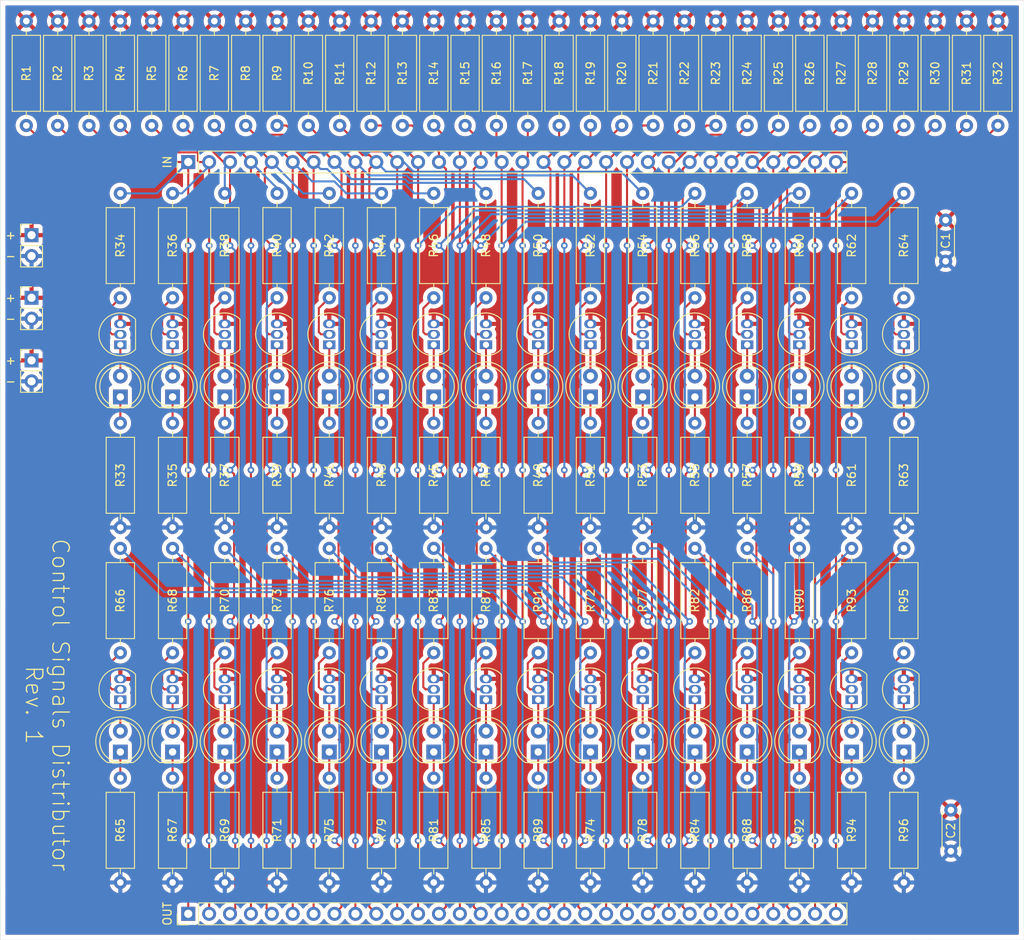
<source format=kicad_pcb>
(kicad_pcb (version 20221018) (generator pcbnew)
  (layers (0 "F.Cu" signal) (31 "B.Cu" signal) (34 "B.Paste" user) (35 "F.Paste" user) (36 "B.SilkS" user "B.Silkscreen") (37 "F.SilkS" user "F.Silkscreen") (38 "B.Mask" user) (39 "F.Mask" user) (44 "Edge.Cuts" user))
  (net 0 "")
  (net 1 "VCC")
  (net 2 "GND")
  (net 3 "Net-(D1-A)")
  (net 4 "Net-(D1-K)")
  (net 5 "Net-(D2-K)")
  (net 6 "Net-(D2-A)")
  (net 7 "Net-(D3-A)")
  (net 8 "Net-(D3-K)")
  (net 9 "Net-(D4-K)")
  (net 10 "Net-(D4-A)")
  (net 11 "Net-(D5-K)")
  (net 12 "Net-(D5-A)")
  (net 13 "Net-(D6-K)")
  (net 14 "Net-(D6-A)")
  (net 15 "Net-(D7-K)")
  (net 16 "Net-(D7-A)")
  (net 17 "Net-(D8-A)")
  (net 18 "Net-(D8-K)")
  (net 19 "Net-(D9-A)")
  (net 20 "Net-(D9-K)")
  (net 21 "Net-(D10-A)")
  (net 22 "Net-(D10-K)")
  (net 23 "Net-(D11-K)")
  (net 24 "Net-(D11-A)")
  (net 25 "Net-(D12-A)")
  (net 26 "Net-(D12-K)")
  (net 27 "Net-(D13-A)")
  (net 28 "Net-(D13-K)")
  (net 29 "Net-(D14-K)")
  (net 30 "Net-(D14-A)")
  (net 31 "Net-(D15-A)")
  (net 32 "Net-(D15-K)")
  (net 33 "Net-(D16-A)")
  (net 34 "Net-(D16-K)")
  (net 35 "Net-(D17-A)")
  (net 36 "Net-(D17-K)")
  (net 37 "Net-(D18-A)")
  (net 38 "Net-(D18-K)")
  (net 39 "Net-(D19-K)")
  (net 40 "Net-(D19-A)")
  (net 41 "Net-(D20-K)")
  (net 42 "Net-(D20-A)")
  (net 43 "Net-(D21-A)")
  (net 44 "Net-(D21-K)")
  (net 45 "Net-(D22-K)")
  (net 46 "Net-(D22-A)")
  (net 47 "Net-(D23-A)")
  (net 48 "Net-(D23-K)")
  (net 49 "Net-(D24-A)")
  (net 50 "Net-(D24-K)")
  (net 51 "Net-(D25-K)")
  (net 52 "Net-(D25-A)")
  (net 53 "Net-(D26-K)")
  (net 54 "Net-(D26-A)")
  (net 55 "Net-(D27-A)")
  (net 56 "Net-(D27-K)")
  (net 57 "Net-(D28-K)")
  (net 58 "Net-(D28-A)")
  (net 59 "Net-(D29-K)")
  (net 60 "Net-(D29-A)")
  (net 61 "Net-(D30-K)")
  (net 62 "Net-(D30-A)")
  (net 63 "Net-(D31-K)")
  (net 64 "Net-(D31-A)")
  (net 65 "Net-(D32-A)")
  (net 66 "Net-(D32-K)")
  (net 67 "Net-(J2-Pin_32)")
  (net 68 "Net-(J2-Pin_31)")
  (net 69 "Net-(J2-Pin_30)")
  (net 70 "Net-(J2-Pin_29)")
  (net 71 "Net-(J2-Pin_28)")
  (net 72 "Net-(J2-Pin_27)")
  (net 73 "Net-(J2-Pin_26)")
  (net 74 "Net-(J2-Pin_25)")
  (net 75 "Net-(J2-Pin_24)")
  (net 76 "Net-(J2-Pin_23)")
  (net 77 "Net-(J2-Pin_22)")
  (net 78 "Net-(J2-Pin_21)")
  (net 79 "Net-(J2-Pin_20)")
  (net 80 "Net-(J2-Pin_19)")
  (net 81 "Net-(J2-Pin_18)")
  (net 82 "Net-(J2-Pin_17)")
  (net 83 "Net-(J2-Pin_16)")
  (net 84 "Net-(J2-Pin_15)")
  (net 85 "Net-(J2-Pin_14)")
  (net 86 "Net-(J2-Pin_13)")
  (net 87 "Net-(J2-Pin_12)")
  (net 88 "Net-(J2-Pin_11)")
  (net 89 "Net-(J2-Pin_10)")
  (net 90 "Net-(J2-Pin_9)")
  (net 91 "Net-(J2-Pin_8)")
  (net 92 "Net-(J2-Pin_7)")
  (net 93 "Net-(J2-Pin_6)")
  (net 94 "Net-(J2-Pin_5)")
  (net 95 "Net-(J2-Pin_4)")
  (net 96 "Net-(J2-Pin_3)")
  (net 97 "Net-(J2-Pin_2)")
  (net 98 "Net-(J2-Pin_1)")
  (net 99 "Net-(Q1-B)")
  (net 100 "Net-(Q2-B)")
  (net 101 "Net-(Q3-B)")
  (net 102 "Net-(Q4-B)")
  (net 103 "Net-(Q5-B)")
  (net 104 "Net-(Q6-B)")
  (net 105 "Net-(Q7-B)")
  (net 106 "Net-(Q8-B)")
  (net 107 "Net-(Q9-B)")
  (net 108 "Net-(Q10-B)")
  (net 109 "Net-(Q11-B)")
  (net 110 "Net-(Q12-B)")
  (net 111 "Net-(Q13-B)")
  (net 112 "Net-(Q14-B)")
  (net 113 "Net-(Q15-B)")
  (net 114 "Net-(Q16-B)")
  (net 115 "Net-(Q17-B)")
  (net 116 "Net-(Q18-B)")
  (net 117 "Net-(Q19-B)")
  (net 118 "Net-(Q20-B)")
  (net 119 "Net-(Q21-B)")
  (net 120 "Net-(Q22-B)")
  (net 121 "Net-(Q23-B)")
  (net 122 "Net-(Q24-B)")
  (net 123 "Net-(Q25-B)")
  (net 124 "Net-(Q26-B)")
  (net 125 "Net-(Q27-B)")
  (net 126 "Net-(Q28-B)")
  (net 127 "Net-(Q29-B)")
  (net 128 "Net-(Q30-B)")
  (net 129 "Net-(Q31-B)")
  (net 130 "Net-(Q32-B)")
  (footprint "Capacitor_THT:C_Disc_D4.3mm_W1.9mm_P5.00mm" (layer "F.Cu") (at 142.875 55.325 -90)
    (fp_text reference "C1")
    (fp_text value "0.1uF")
  )
  (footprint "Capacitor_THT:C_Disc_D4.3mm_W1.9mm_P5.00mm" (layer "F.Cu") (at 143.51 127.08 -90)
    (fp_text reference "C2")
    (fp_text value "0.1uF")
  )
  (footprint "LED_THT:LED_D5.0mm" (layer "F.Cu") (at 42.545 76.835 90)
    (fp_text reference "D1" hide)
    (fp_text value "LED" hide)
  )
  (footprint "LED_THT:LED_D5.0mm" (layer "F.Cu") (at 48.895 76.835 90)
    (fp_text reference "D2" hide)
    (fp_text value "LED" hide)
  )
  (footprint "LED_THT:LED_D5.0mm" (layer "F.Cu") (at 55.245 76.835 90)
    (fp_text reference "D3" hide)
    (fp_text value "LED" hide)
  )
  (footprint "LED_THT:LED_D5.0mm" (layer "F.Cu") (at 67.945 76.835 90)
    (fp_text reference "D5" hide)
    (fp_text value "LED" hide)
  )
  (footprint "LED_THT:LED_D5.0mm" (layer "F.Cu") (at 74.295 76.835 90)
    (fp_text reference "D6" hide)
    (fp_text value "LED" hide)
  )
  (footprint "LED_THT:LED_D5.0mm" (layer "F.Cu") (at 80.645 76.835 90)
    (fp_text reference "D7" hide)
    (fp_text value "LED" hide)
  )
  (footprint "LED_THT:LED_D5.0mm" (layer "F.Cu") (at 86.995 76.835 90)
    (fp_text reference "D8" hide)
    (fp_text value "LED" hide)
  )
  (footprint "LED_THT:LED_D5.0mm" (layer "F.Cu") (at 93.345 76.835 90)
    (fp_text reference "D9" hide)
    (fp_text value "LED" hide)
  )
  (footprint "LED_THT:LED_D5.0mm" (layer "F.Cu") (at 99.695 76.835 90)
    (fp_text reference "D10" hide)
    (fp_text value "LED" hide)
  )
  (footprint "LED_THT:LED_D5.0mm" (layer "F.Cu") (at 106.045 76.835 90)
    (fp_text reference "D11" hide)
    (fp_text value "LED" hide)
  )
  (footprint "LED_THT:LED_D5.0mm" (layer "F.Cu") (at 112.395 76.835 90)
    (fp_text reference "D12" hide)
    (fp_text value "LED" hide)
  )
  (footprint "LED_THT:LED_D5.0mm" (layer "F.Cu") (at 118.745 76.835 90)
    (fp_text reference "D13" hide)
    (fp_text value "LED" hide)
  )
  (footprint "LED_THT:LED_D5.0mm" (layer "F.Cu") (at 125.095 76.835 90)
    (fp_text reference "D14" hide)
    (fp_text value "LED" hide)
  )
  (footprint "LED_THT:LED_D5.0mm" (layer "F.Cu") (at 131.445 76.835 90)
    (fp_text reference "D15" hide)
    (fp_text value "LED" hide)
  )
  (footprint "LED_THT:LED_D5.0mm" (layer "F.Cu") (at 137.795 76.835 90)
    (fp_text reference "D16" hide)
    (fp_text value "LED" hide)
  )
  (footprint "LED_THT:LED_D5.0mm" (layer "F.Cu") (at 42.545 120.015 90)
    (fp_text reference "D17" hide)
    (fp_text value "LED" hide)
  )
  (footprint "LED_THT:LED_D5.0mm" (layer "F.Cu") (at 48.895 120.015 90)
    (fp_text reference "D18" hide)
    (fp_text value "LED" hide)
  )
  (footprint "LED_THT:LED_D5.0mm" (layer "F.Cu") (at 55.245 120.015 90)
    (fp_text reference "D19" hide)
    (fp_text value "LED" hide)
  )
  (footprint "LED_THT:LED_D5.0mm" (layer "F.Cu") (at 61.595 120.015 90)
    (fp_text reference "D20" hide)
    (fp_text value "LED" hide)
  )
  (footprint "LED_THT:LED_D5.0mm" (layer "F.Cu") (at 99.695 120.015 90)
    (fp_text reference "D21" hide)
    (fp_text value "LED" hide)
  )
  (footprint "LED_THT:LED_D5.0mm" (layer "F.Cu") (at 67.945 120.015 90)
    (fp_text reference "D22" hide)
    (fp_text value "LED" hide)
  )
  (footprint "LED_THT:LED_D5.0mm" (layer "F.Cu") (at 80.645 120.015 90)
    (fp_text reference "D25" hide)
    (fp_text value "LED" hide)
  )
  (footprint "LED_THT:LED_D5.0mm" (layer "F.Cu") (at 112.395 120.015 90)
    (fp_text reference "D26" hide)
    (fp_text value "LED" hide)
  )
  (footprint "LED_THT:LED_D5.0mm" (layer "F.Cu") (at 86.995 120.015 90)
    (fp_text reference "D27" hide)
    (fp_text value "LED" hide)
  )
  (footprint "LED_THT:LED_D5.0mm" (layer "F.Cu") (at 93.345 120.015 90)
    (fp_text reference "D29" hide)
    (fp_text value "LED" hide)
  )
  (footprint "LED_THT:LED_D5.0mm" (layer "F.Cu") (at 125.095 120.015 90)
    (fp_text reference "D30" hide)
    (fp_text value "LED" hide)
  )
  (footprint "LED_THT:LED_D5.0mm" (layer "F.Cu") (at 131.445 120.015 90)
    (fp_text reference "D31" hide)
    (fp_text value "LED" hide)
  )
  (footprint "LED_THT:LED_D5.0mm" (layer "F.Cu") (at 137.795 120.015 90)
    (fp_text reference "D32" hide)
    (fp_text value "LED" hide)
  )
  (footprint "Connector_PinHeader_2.54mm:PinHeader_1x02_P2.54mm_Vertical" (layer "F.Cu") (at 31.75 57.15)
    (fp_text reference "J1" hide)
    (fp_text value "POWER" hide)
  )
  (footprint "Connector_PinHeader_2.54mm:PinHeader_1x02_P2.54mm_Vertical" (layer "F.Cu") (at 31.75 64.77)
    (fp_text reference "J3" hide)
    (fp_text value "POWER" hide)
  )
  (footprint "Connector_PinHeader_2.54mm:PinHeader_1x02_P2.54mm_Vertical" (layer "F.Cu") (at 31.75 72.39)
    (fp_text reference "J4" hide)
    (fp_text value "POWER" hide)
  )
  (footprint "Package_TO_SOT_THT:TO-92_Inline" (layer "F.Cu") (at 42.545 70.485 90)
    (fp_text reference "Q1" hide)
    (fp_text value "2N2222" hide)
  )
  (footprint "Package_TO_SOT_THT:TO-92_Inline" (layer "F.Cu") (at 48.895 70.485 90)
    (fp_text reference "Q2" hide)
    (fp_text value "2N2222" hide)
  )
  (footprint "Package_TO_SOT_THT:TO-92_Inline" (layer "F.Cu") (at 55.245 70.485 90)
    (fp_text reference "Q3" hide)
    (fp_text value "2N2222" hide)
  )
  (footprint "Package_TO_SOT_THT:TO-92_Inline" (layer "F.Cu") (at 61.595 70.485 90)
    (fp_text reference "Q4" hide)
    (fp_text value "2N2222" hide)
  )
  (footprint "Package_TO_SOT_THT:TO-92_Inline" (layer "F.Cu") (at 67.945 70.485 90)
    (fp_text reference "Q5" hide)
    (fp_text value "2N2222" hide)
  )
  (footprint "Package_TO_SOT_THT:TO-92_Inline" (layer "F.Cu") (at 74.295 70.485 90)
    (fp_text reference "Q6" hide)
    (fp_text value "2N2222" hide)
  )
  (footprint "Package_TO_SOT_THT:TO-92_Inline" (layer "F.Cu") (at 80.645 70.485 90)
    (fp_text reference "Q7" hide)
    (fp_text value "2N2222" hide)
  )
  (footprint "Package_TO_SOT_THT:TO-92_Inline" (layer "F.Cu") (at 86.995 70.485 90)
    (fp_text reference "Q8" hide)
    (fp_text value "2N2222" hide)
  )
  (footprint "Package_TO_SOT_THT:TO-92_Inline" (layer "F.Cu") (at 93.345 70.485 90)
    (fp_text reference "Q9" hide)
    (fp_text value "2N2222" hide)
  )
  (footprint "Package_TO_SOT_THT:TO-92_Inline" (layer "F.Cu") (at 99.695 70.485 90)
    (fp_text reference "Q10" hide)
    (fp_text value "2N2222" hide)
  )
  (footprint "Package_TO_SOT_THT:TO-92_Inline" (layer "F.Cu") (at 106.045 70.485 90)
    (fp_text reference "Q11" hide)
    (fp_text value "2N2222" hide)
  )
  (footprint "Package_TO_SOT_THT:TO-92_Inline" (layer "F.Cu") (at 112.395 70.485 90)
    (fp_text reference "Q12" hide)
    (fp_text value "2N2222" hide)
  )
  (footprint "Package_TO_SOT_THT:TO-92_Inline" (layer "F.Cu") (at 118.745 70.485 90)
    (fp_text reference "Q13" hide)
    (fp_text value "2N2222" hide)
  )
  (footprint "Package_TO_SOT_THT:TO-92_Inline" (layer "F.Cu") (at 125.095 70.485 90)
    (fp_text reference "Q14" hide)
    (fp_text value "2N2222" hide)
  )
  (footprint "Package_TO_SOT_THT:TO-92_Inline" (layer "F.Cu") (at 131.445 70.485 90)
    (fp_text reference "Q15" hide)
    (fp_text value "2N2222" hide)
  )
  (footprint "Package_TO_SOT_THT:TO-92_Inline" (layer "F.Cu") (at 137.795 70.485 90)
    (fp_text reference "Q16" hide)
    (fp_text value "2N2222" hide)
  )
  (footprint "Package_TO_SOT_THT:TO-92_Inline" (layer "F.Cu") (at 42.545 113.665 90)
    (fp_text reference "Q17" hide)
    (fp_text value "2N2222" hide)
  )
  (footprint "Package_TO_SOT_THT:TO-92_Inline" (layer "F.Cu") (at 48.895 113.665 90)
    (fp_text reference "Q18" hide)
    (fp_text value "2N2222" hide)
  )
  (footprint "Package_TO_SOT_THT:TO-92_Inline" (layer "F.Cu") (at 55.245 113.665 90)
    (fp_text reference "Q19" hide)
    (fp_text value "2N2222" hide)
  )
  (footprint "Package_TO_SOT_THT:TO-92_Inline" (layer "F.Cu") (at 99.695 113.665 90)
    (fp_text reference "Q20" hide)
    (fp_text value "2N2222" hide)
  )
  (footprint "Package_TO_SOT_THT:TO-92_Inline" (layer "F.Cu") (at 61.595 113.665 90)
    (fp_text reference "Q21" hide)
    (fp_text value "2N2222" hide)
  )
  (footprint "Package_TO_SOT_THT:TO-92_Inline" (layer "F.Cu") (at 67.945 113.665 90)
    (fp_text reference "Q22" hide)
    (fp_text value "2N2222" hide)
  )
  (footprint "Package_TO_SOT_THT:TO-92_Inline" (layer "F.Cu") (at 106.045 113.665 90)
    (fp_text reference "Q23" hide)
    (fp_text value "2N2222" hide)
  )
  (footprint "Package_TO_SOT_THT:TO-92_Inline" (layer "F.Cu") (at 74.295 113.665 90)
    (fp_text reference "Q24" hide)
    (fp_text value "2N2222" hide)
  )
  (footprint "Package_TO_SOT_THT:TO-92_Inline" (layer "F.Cu") (at 112.395 113.665 90)
    (fp_text reference "Q25" hide)
    (fp_text value "2N2222" hide)
  )
  (footprint "Package_TO_SOT_THT:TO-92_Inline" (layer "F.Cu") (at 80.645 113.665 90)
    (fp_text reference "Q26" hide)
    (fp_text value "2N2222" hide)
  )
  (footprint "Package_TO_SOT_THT:TO-92_Inline" (layer "F.Cu") (at 118.745 113.665 90)
    (fp_text reference "Q27" hide)
    (fp_text value "2N2222" hide)
  )
  (footprint "Package_TO_SOT_THT:TO-92_Inline" (layer "F.Cu") (at 86.995 113.665 90)
    (fp_text reference "Q28" hide)
    (fp_text value "2N2222" hide)
  )
  (footprint "Package_TO_SOT_THT:TO-92_Inline" (layer "F.Cu") (at 125.095 113.665 90)
    (fp_text reference "Q29" hide)
    (fp_text value "2N2222" hide)
  )
  (footprint "Package_TO_SOT_THT:TO-92_Inline" (layer "F.Cu") (at 93.345 113.665 90)
    (fp_text reference "Q30" hide)
    (fp_text value "2N2222" hide)
  )
  (footprint "Package_TO_SOT_THT:TO-92_Inline" (layer "F.Cu") (at 131.445 113.665 90)
    (fp_text reference "Q31" hide)
    (fp_text value "2N2222" hide)
  )
  (footprint "Package_TO_SOT_THT:TO-92_Inline" (layer "F.Cu") (at 137.795 113.665 90)
    (fp_text reference "Q32" hide)
    (fp_text value "2N2222" hide)
  )
  (footprint "Resistor_THT:R_Axial_DIN0309_L9.0mm_D3.2mm_P12.70mm_Horizontal" (layer "F.Cu") (at 31.115 31.115 -90)
    (fp_text reference "R1")
    (fp_text value "1K")
  )
  (footprint "Resistor_THT:R_Axial_DIN0309_L9.0mm_D3.2mm_P12.70mm_Horizontal" (layer "F.Cu") (at 34.925 31.115 -90)
    (fp_text reference "R2")
    (fp_text value "1K")
  )
  (footprint "Resistor_THT:R_Axial_DIN0309_L9.0mm_D3.2mm_P12.70mm_Horizontal" (layer "F.Cu") (at 42.545 31.115 -90)
    (fp_text reference "R4")
    (fp_text value "1K")
  )
  (footprint "Resistor_THT:R_Axial_DIN0309_L9.0mm_D3.2mm_P12.70mm_Horizontal" (layer "F.Cu") (at 46.355 31.115 -90)
    (fp_text reference "R5")
    (fp_text value "1K")
  )
  (footprint "Resistor_THT:R_Axial_DIN0309_L9.0mm_D3.2mm_P12.70mm_Horizontal" (layer "F.Cu") (at 50.165 31.115 -90)
    (fp_text reference "R6")
    (fp_text value "1K")
  )
  (footprint "Resistor_THT:R_Axial_DIN0309_L9.0mm_D3.2mm_P12.70mm_Horizontal" (layer "F.Cu") (at 53.975 31.115 -90)
    (fp_text reference "R7")
    (fp_text value "1K")
  )
  (footprint "Resistor_THT:R_Axial_DIN0309_L9.0mm_D3.2mm_P12.70mm_Horizontal" (layer "F.Cu") (at 57.785 31.115 -90)
    (fp_text reference "R8")
    (fp_text value "1K")
  )
  (footprint "Resistor_THT:R_Axial_DIN0309_L9.0mm_D3.2mm_P12.70mm_Horizontal" (layer "F.Cu") (at 61.595 31.115 -90)
    (fp_text reference "R9")
    (fp_text value "1K")
  )
  (footprint "Resistor_THT:R_Axial_DIN0309_L9.0mm_D3.2mm_P12.70mm_Horizontal" (layer "F.Cu") (at 65.405 31.115 -90)
    (fp_text reference "R10")
    (fp_text value "1K")
  )
  (footprint "Resistor_THT:R_Axial_DIN0309_L9.0mm_D3.2mm_P12.70mm_Horizontal" (layer "F.Cu") (at 69.215 31.115 -90)
    (fp_text reference "R11")
    (fp_text value "1K")
  )
  (footprint "Resistor_THT:R_Axial_DIN0309_L9.0mm_D3.2mm_P12.70mm_Horizontal" (layer "F.Cu") (at 73.025 31.115 -90)
    (fp_text reference "R12")
    (fp_text value "1K")
  )
  (footprint "Resistor_THT:R_Axial_DIN0309_L9.0mm_D3.2mm_P12.70mm_Horizontal" (layer "F.Cu") (at 76.835 31.115 -90)
    (fp_text reference "R13")
    (fp_text value "1K")
  )
  (footprint "Resistor_THT:R_Axial_DIN0309_L9.0mm_D3.2mm_P12.70mm_Horizontal" (layer "F.Cu") (at 80.645 31.115 -90)
    (fp_text reference "R14")
    (fp_text value "1K")
  )
  (footprint "Resistor_THT:R_Axial_DIN0309_L9.0mm_D3.2mm_P12.70mm_Horizontal" (layer "F.Cu") (at 84.455 31.115 -90)
    (fp_text reference "R15")
    (fp_text value "1K")
  )
  (footprint "Resistor_THT:R_Axial_DIN0309_L9.0mm_D3.2mm_P12.70mm_Horizontal" (layer "F.Cu") (at 88.265 31.115 -90)
    (fp_text reference "R16")
    (fp_text value "1K")
  )
  (footprint "Resistor_THT:R_Axial_DIN0309_L9.0mm_D3.2mm_P12.70mm_Horizontal" (layer "F.Cu") (at 92.075 31.115 -90)
    (fp_text reference "R17")
    (fp_text value "1K")
  )
  (footprint "Resistor_THT:R_Axial_DIN0309_L9.0mm_D3.2mm_P12.70mm_Horizontal" (layer "F.Cu") (at 95.885 31.115 -90)
    (fp_text reference "R18")
    (fp_text value "1K")
  )
  (footprint "Resistor_THT:R_Axial_DIN0309_L9.0mm_D3.2mm_P12.70mm_Horizontal" (layer "F.Cu") (at 99.695 31.115 -90)
    (fp_text reference "R19")
    (fp_text value "1K")
  )
  (footprint "Resistor_THT:R_Axial_DIN0309_L9.0mm_D3.2mm_P12.70mm_Horizontal" (layer "F.Cu") (at 103.505 31.115 -90)
    (fp_text reference "R20")
    (fp_text value "1K")
  )
  (footprint "Resistor_THT:R_Axial_DIN0309_L9.0mm_D3.2mm_P12.70mm_Horizontal" (layer "F.Cu") (at 107.315 31.115 -90)
    (fp_text reference "R21")
    (fp_text value "1K")
  )
  (footprint "Resistor_THT:R_Axial_DIN0309_L9.0mm_D3.2mm_P12.70mm_Horizontal" (layer "F.Cu") (at 111.125 31.115 -90)
    (fp_text reference "R22")
    (fp_text value "1K")
  )
  (footprint "Resistor_THT:R_Axial_DIN0309_L9.0mm_D3.2mm_P12.70mm_Horizontal" (layer "F.Cu") (at 114.935 31.115 -90)
    (fp_text reference "R23")
    (fp_text value "1K")
  )
  (footprint "Resistor_THT:R_Axial_DIN0309_L9.0mm_D3.2mm_P12.70mm_Horizontal" (layer "F.Cu") (at 118.745 31.115 -90)
    (fp_text reference "R24")
    (fp_text value "1K")
  )
  (footprint "Resistor_THT:R_Axial_DIN0309_L9.0mm_D3.2mm_P12.70mm_Horizontal" (layer "F.Cu") (at 122.555 31.115 -90)
    (fp_text reference "R25")
    (fp_text value "1K")
  )
  (footprint "Resistor_THT:R_Axial_DIN0309_L9.0mm_D3.2mm_P12.70mm_Horizontal" (layer "F.Cu") (at 126.365 31.115 -90)
    (fp_text reference "R26")
    (fp_text value "1K")
  )
  (footprint "Resistor_THT:R_Axial_DIN0309_L9.0mm_D3.2mm_P12.70mm_Horizontal" (layer "F.Cu") (at 130.175 31.115 -90)
    (fp_text reference "R27")
    (fp_text value "1K")
  )
  (footprint "Resistor_THT:R_Axial_DIN0309_L9.0mm_D3.2mm_P12.70mm_Horizontal" (layer "F.Cu") (at 133.985 31.115 -90)
    (fp_text reference "R28")
    (fp_text value "1K")
  )
  (footprint "Resistor_THT:R_Axial_DIN0309_L9.0mm_D3.2mm_P12.70mm_Horizontal" (layer "F.Cu") (at 137.795 31.115 -90)
    (fp_text reference "R29")
    (fp_text value "1K")
  )
  (footprint "Resistor_THT:R_Axial_DIN0309_L9.0mm_D3.2mm_P12.70mm_Horizontal" (layer "F.Cu") (at 141.605 31.115 -90)
    (fp_text reference "R30")
    (fp_text value "1K")
  )
  (footprint "Resistor_THT:R_Axial_DIN0309_L9.0mm_D3.2mm_P12.70mm_Horizontal" (layer "F.Cu") (at 145.415 31.115 -90)
    (fp_text reference "R31")
    (fp_text value "1K")
  )
  (footprint "Resistor_THT:R_Axial_DIN0309_L9.0mm_D3.2mm_P12.70mm_Horizontal" (layer "F.Cu") (at 149.225 31.115 -90)
    (fp_text reference "R32")
    (fp_text value "1K")
  )
  (footprint "Resistor_THT:R_Axial_DIN0309_L9.0mm_D3.2mm_P12.70mm_Horizontal" (layer "F.Cu") (at 42.545 80.01 -90)
    (fp_text reference "R33")
    (fp_text value "1K")
  )
  (footprint "Resistor_THT:R_Axial_DIN0309_L9.0mm_D3.2mm_P12.70mm_Horizontal" (layer "F.Cu") (at 48.895 80.01 -90)
    (fp_text reference "R35")
    (fp_text value "1K")
  )
  (footprint "Resistor_THT:R_Axial_DIN0309_L9.0mm_D3.2mm_P12.70mm_Horizontal" (layer "F.Cu") (at 48.895 52.07 -90)
    (fp_text reference "R36")
    (fp_text value "10K")
  )
  (footprint "Resistor_THT:R_Axial_DIN0309_L9.0mm_D3.2mm_P12.70mm_Horizontal" (layer "F.Cu") (at 55.245 80.01 -90)
    (fp_text reference "R37")
    (fp_text value "1K")
  )
  (footprint "Resistor_THT:R_Axial_DIN0309_L9.0mm_D3.2mm_P12.70mm_Horizontal" (layer "F.Cu") (at 55.245 52.07 -90)
    (fp_text reference "R38")
    (fp_text value "10K")
  )
  (footprint "Resistor_THT:R_Axial_DIN0309_L9.0mm_D3.2mm_P12.70mm_Horizontal" (layer "F.Cu") (at 61.595 80.01 -90)
    (fp_text reference "R39")
    (fp_text value "1K")
  )
  (footprint "Resistor_THT:R_Axial_DIN0309_L9.0mm_D3.2mm_P12.70mm_Horizontal" (layer "F.Cu") (at 61.595 52.07 -90)
    (fp_text reference "R40")
    (fp_text value "10K")
  )
  (footprint "Resistor_THT:R_Axial_DIN0309_L9.0mm_D3.2mm_P12.70mm_Horizontal" (layer "F.Cu") (at 67.945 80.01 -90)
    (fp_text reference "R41")
    (fp_text value "1K")
  )
  (footprint "Resistor_THT:R_Axial_DIN0309_L9.0mm_D3.2mm_P12.70mm_Horizontal" (layer "F.Cu") (at 67.945 52.07 -90)
    (fp_text reference "R42")
    (fp_text value "10K")
  )
  (footprint "Resistor_THT:R_Axial_DIN0309_L9.0mm_D3.2mm_P12.70mm_Horizontal" (layer "F.Cu") (at 74.295 80.01 -90)
    (fp_text reference "R43")
    (fp_text value "1K")
  )
  (footprint "Resistor_THT:R_Axial_DIN0309_L9.0mm_D3.2mm_P12.70mm_Horizontal" (layer "F.Cu") (at 74.295 52.07 -90)
    (fp_text reference "R44")
    (fp_text value "10K")
  )
  (footprint "Resistor_THT:R_Axial_DIN0309_L9.0mm_D3.2mm_P12.70mm_Horizontal" (layer "F.Cu") (at 80.645 80.01 -90)
    (fp_text reference "R45")
    (fp_text value "1K")
  )
  (footprint "Resistor_THT:R_Axial_DIN0309_L9.0mm_D3.2mm_P12.70mm_Horizontal" (layer "F.Cu") (at 80.645 52.07 -90)
    (fp_text reference "R46")
    (fp_text value "10K")
  )
  (footprint "Resistor_THT:R_Axial_DIN0309_L9.0mm_D3.2mm_P12.70mm_Horizontal" (layer "F.Cu") (at 86.995 80.01 -90)
    (fp_text reference "R47")
    (fp_text value "1K")
  )
  (footprint "Resistor_THT:R_Axial_DIN0309_L9.0mm_D3.2mm_P12.70mm_Horizontal" (layer "F.Cu") (at 86.995 52.07 -90)
    (fp_text reference "R48")
    (fp_text value "10K")
  )
  (footprint "Resistor_THT:R_Axial_DIN0309_L9.0mm_D3.2mm_P12.70mm_Horizontal" (layer "F.Cu") (at 93.345 80.01 -90)
    (fp_text reference "R49")
    (fp_text value "1K")
  )
  (footprint "Resistor_THT:R_Axial_DIN0309_L9.0mm_D3.2mm_P12.70mm_Horizontal" (layer "F.Cu") (at 93.345 52.07 -90)
    (fp_text reference "R50")
    (fp_text value "10K")
  )
  (footprint "Resistor_THT:R_Axial_DIN0309_L9.0mm_D3.2mm_P12.70mm_Horizontal" (layer "F.Cu") (at 99.695 80.01 -90)
    (fp_text reference "R51")
    (fp_text value "1K")
  )
  (footprint "Resistor_THT:R_Axial_DIN0309_L9.0mm_D3.2mm_P12.70mm_Horizontal" (layer "F.Cu") (at 99.695 52.07 -90)
    (fp_text reference "R52")
    (fp_text value "10K")
  )
  (footprint "Resistor_THT:R_Axial_DIN0309_L9.0mm_D3.2mm_P12.70mm_Horizontal" (layer "F.Cu") (at 106.045 80.01 -90)
    (fp_text reference "R53")
    (fp_text value "1K")
  )
  (footprint "Resistor_THT:R_Axial_DIN0309_L9.0mm_D3.2mm_P12.70mm_Horizontal" (layer "F.Cu") (at 106.045 52.07 -90)
    (fp_text reference "R54")
    (fp_text value "10K")
  )
  (footprint "Resistor_THT:R_Axial_DIN0309_L9.0mm_D3.2mm_P12.70mm_Horizontal" (layer "F.Cu") (at 112.395 80.01 -90)
    (fp_text reference "R55")
    (fp_text value "1K")
  )
  (footprint "Resistor_THT:R_Axial_DIN0309_L9.0mm_D3.2mm_P12.70mm_Horizontal" (layer "F.Cu") (at 112.395 52.07 -90)
    (fp_text reference "R56")
    (fp_text value "10K")
  )
  (footprint "Resistor_THT:R_Axial_DIN0309_L9.0mm_D3.2mm_P12.70mm_Horizontal" (layer "F.Cu") (at 118.745 80.01 -90)
    (fp_text reference "R57")
    (fp_text value "1K")
  )
  (footprint "Resistor_THT:R_Axial_DIN0309_L9.0mm_D3.2mm_P12.70mm_Horizontal" (layer "F.Cu") (at 118.745 52.07 -90)
    (fp_text reference "R58")
    (fp_text value "10K")
  )
  (footprint "Resistor_THT:R_Axial_DIN0309_L9.0mm_D3.2mm_P12.70mm_Horizontal" (layer "F.Cu") (at 125.095 80.01 -90)
    (fp_text reference "R59")
    (fp_text value "1K")
  )
  (footprint "Resistor_THT:R_Axial_DIN0309_L9.0mm_D3.2mm_P12.70mm_Horizontal" (layer "F.Cu") (at 125.095 52.07 -90)
    (fp_text reference "R60")
    (fp_text value "10K")
  )
  (footprint "Resistor_THT:R_Axial_DIN0309_L9.0mm_D3.2mm_P12.70mm_Horizontal" (layer "F.Cu") (at 131.445 80.01 -90)
    (fp_text reference "R61")
    (fp_text value "1K")
  )
  (footprint "Resistor_THT:R_Axial_DIN0309_L9.0mm_D3.2mm_P12.70mm_Horizontal" (layer "F.Cu") (at 131.445 52.07 -90)
    (fp_text reference "R62")
    (fp_text value "10K")
  )
  (footprint "Resistor_THT:R_Axial_DIN0309_L9.0mm_D3.2mm_P12.70mm_Horizontal" (layer "F.Cu") (at 137.795 80.01 -90)
    (fp_text reference "R63")
    (fp_text value "1K")
  )
  (footprint "Resistor_THT:R_Axial_DIN0309_L9.0mm_D3.2mm_P12.70mm_Horizontal" (layer "F.Cu") (at 137.795 52.07 -90)
    (fp_text reference "R64")
    (fp_text value "10K")
  )
  (footprint "Resistor_THT:R_Axial_DIN0309_L9.0mm_D3.2mm_P12.70mm_Horizontal" (layer "F.Cu") (at 42.545 123.19 -90)
    (fp_text reference "R65")
    (fp_text value "1K")
  )
  (footprint "Resistor_THT:R_Axial_DIN0309_L9.0mm_D3.2mm_P12.70mm_Horizontal" (layer "F.Cu") (at 42.545 95.25 -90)
    (fp_text reference "R66")
    (fp_text value "10K")
  )
  (footprint "Resistor_THT:R_Axial_DIN0309_L9.0mm_D3.2mm_P12.70mm_Horizontal" (layer "F.Cu") (at 48.895 123.19 -90)
    (fp_text reference "R67")
    (fp_text value "1K")
  )
  (footprint "Resistor_THT:R_Axial_DIN0309_L9.0mm_D3.2mm_P12.70mm_Horizontal" (layer "F.Cu") (at 48.895 95.25 -90)
    (fp_text reference "R68")
    (fp_text value "10K")
  )
  (footprint "Resistor_THT:R_Axial_DIN0309_L9.0mm_D3.2mm_P12.70mm_Horizontal" (layer "F.Cu") (at 55.245 123.19 -90)
    (fp_text reference "R69")
    (fp_text value "1K")
  )
  (footprint "Resistor_THT:R_Axial_DIN0309_L9.0mm_D3.2mm_P12.70mm_Horizontal" (layer "F.Cu") (at 55.245 95.25 -90)
    (fp_text reference "R70")
    (fp_text value "10K")
  )
  (footprint "Resistor_THT:R_Axial_DIN0309_L9.0mm_D3.2mm_P12.70mm_Horizontal" (layer "F.Cu") (at 61.595 123.19 -90)
    (fp_text reference "R71")
    (fp_text value "1K")
  )
  (footprint "Resistor_THT:R_Axial_DIN0309_L9.0mm_D3.2mm_P12.70mm_Horizontal" (layer "F.Cu") (at 99.695 95.25 -90)
    (fp_text reference "R72")
    (fp_text value "10K")
  )
  (footprint "Resistor_THT:R_Axial_DIN0309_L9.0mm_D3.2mm_P12.70mm_Horizontal" (layer "F.Cu") (at 61.595 95.25 -90)
    (fp_text reference "R73")
    (fp_text value "10K")
  )
  (footprint "Resistor_THT:R_Axial_DIN0309_L9.0mm_D3.2mm_P12.70mm_Horizontal" (layer "F.Cu") (at 99.695 123.19 -90)
    (fp_text reference "R74")
    (fp_text value "1K")
  )
  (footprint "Resistor_THT:R_Axial_DIN0309_L9.0mm_D3.2mm_P12.70mm_Horizontal" (layer "F.Cu") (at 67.945 123.19 -90)
    (fp_text reference "R75")
    (fp_text value "1K")
  )
  (footprint "Resistor_THT:R_Axial_DIN0309_L9.0mm_D3.2mm_P12.70mm_Horizontal" (layer "F.Cu") (at 67.945 95.25 -90)
    (fp_text reference "R76")
    (fp_text value "10K")
  )
  (footprint "Resistor_THT:R_Axial_DIN0309_L9.0mm_D3.2mm_P12.70mm_Horizontal" (layer "F.Cu") (at 106.045 95.25 -90)
    (fp_text reference "R77")
    (fp_text value "10K")
  )
  (footprint "Resistor_THT:R_Axial_DIN0309_L9.0mm_D3.2mm_P12.70mm_Horizontal" (layer "F.Cu") (at 106.045 123.19 -90)
    (fp_text reference "R78")
    (fp_text value "1K")
  )
  (footprint "Resistor_THT:R_Axial_DIN0309_L9.0mm_D3.2mm_P12.70mm_Horizontal" (layer "F.Cu") (at 74.295 123.19 -90)
    (fp_text reference "R79")
    (fp_text value "1K")
  )
  (footprint "Resistor_THT:R_Axial_DIN0309_L9.0mm_D3.2mm_P12.70mm_Horizontal" (layer "F.Cu") (at 74.295 95.25 -90)
    (fp_text reference "R80")
    (fp_text value "10K")
  )
  (footprint "Resistor_THT:R_Axial_DIN0309_L9.0mm_D3.2mm_P12.70mm_Horizontal" (layer "F.Cu") (at 80.645 123.19 -90)
    (fp_text reference "R81")
    (fp_text value "1K")
  )
  (footprint "Resistor_THT:R_Axial_DIN0309_L9.0mm_D3.2mm_P12.70mm_Horizontal" (layer "F.Cu") (at 112.395 95.25 -90)
    (fp_text reference "R82")
    (fp_text value "10K")
  )
  (footprint "Resistor_THT:R_Axial_DIN0309_L9.0mm_D3.2mm_P12.70mm_Horizontal" (layer "F.Cu") (at 80.645 95.25 -90)
    (fp_text reference "R83")
    (fp_text value "10K")
  )
  (footprint "Resistor_THT:R_Axial_DIN0309_L9.0mm_D3.2mm_P12.70mm_Horizontal" (layer "F.Cu") (at 112.395 123.19 -90)
    (fp_text reference "R84")
    (fp_text value "1K")
  )
  (footprint "Resistor_THT:R_Axial_DIN0309_L9.0mm_D3.2mm_P12.70mm_Horizontal" (layer "F.Cu") (at 86.995 123.19 -90)
    (fp_text reference "R85")
    (fp_text value "1K")
  )
  (footprint "Resistor_THT:R_Axial_DIN0309_L9.0mm_D3.2mm_P12.70mm_Horizontal" (layer "F.Cu") (at 118.745 95.25 -90)
    (fp_text reference "R86")
    (fp_text value "10K")
  )
  (footprint "Resistor_THT:R_Axial_DIN0309_L9.0mm_D3.2mm_P12.70mm_Horizontal" (layer "F.Cu") (at 86.995 95.25 -90)
    (fp_text reference "R87")
    (fp_text value "10K")
  )
  (footprint "Resistor_THT:R_Axial_DIN0309_L9.0mm_D3.2mm_P12.70mm_Horizontal" (layer "F.Cu") (at 118.745 123.19 -90)
    (fp_text reference "R88")
    (fp_text value "1K")
  )
  (footprint "Resistor_THT:R_Axial_DIN0309_L9.0mm_D3.2mm_P12.70mm_Horizontal" (layer "F.Cu") (at 93.345 123.19 -90)
    (fp_text reference "R89")
    (fp_text value "1K")
  )
  (footprint "Resistor_THT:R_Axial_DIN0309_L9.0mm_D3.2mm_P12.70mm_Horizontal" (layer "F.Cu") (at 125.095 95.25 -90)
    (fp_text reference "R90")
    (fp_text value "10K")
  )
  (footprint "Resistor_THT:R_Axial_DIN0309_L9.0mm_D3.2mm_P12.70mm_Horizontal" (layer "F.Cu") (at 93.345 95.25 -90)
    (fp_text reference "R91")
    (fp_text value "10K")
  )
  (footprint "Resistor_THT:R_Axial_DIN0309_L9.0mm_D3.2mm_P12.70mm_Horizontal" (layer "F.Cu") (at 125.095 123.19 -90)
    (fp_text reference "R92")
    (fp_text value "1K")
  )
  (footprint "Resistor_THT:R_Axial_DIN0309_L9.0mm_D3.2mm_P12.70mm_Horizontal" (layer "F.Cu") (at 131.445 95.25 -90)
    (fp_text reference "R93")
    (fp_text value "10K")
  )
  (footprint "Resistor_THT:R_Axial_DIN0309_L9.0mm_D3.2mm_P12.70mm_Horizontal" (layer "F.Cu") (at 131.445 123.19 -90)
    (fp_text reference "R94")
    (fp_text value "1K")
  )
  (footprint "Resistor_THT:R_Axial_DIN0309_L9.0mm_D3.2mm_P12.70mm_Horizontal" (layer "F.Cu") (at 137.795 95.25 -90)
    (fp_text reference "R95")
    (fp_text value "10K")
  )
  (footprint "Resistor_THT:R_Axial_DIN0309_L9.0mm_D3.2mm_P12.70mm_Horizontal" (layer "F.Cu") (at 137.795 123.19 -90)
    (fp_text reference "R96")
    (fp_text value "1K")
  )
  (footprint "Resistor_THT:R_Axial_DIN0309_L9.0mm_D3.2mm_P12.70mm_Horizontal" (layer "F.Cu") (at 38.735 31.115 -90)
    (fp_text reference "R3")
    (fp_text value "1K")
  )
  (footprint "Resistor_THT:R_Axial_DIN0309_L9.0mm_D3.2mm_P12.70mm_Horizontal" (layer "F.Cu") (at 42.545 52.07 -90)
    (fp_text reference "R34")
    (fp_text value "10K")
  )
  (footprint "LED_THT:LED_D5.0mm" (layer "F.Cu") (at 61.595 76.835 90)
    (fp_text reference "D4" hide)
    (fp_text value "LED" hide)
  )
  (footprint "LED_THT:LED_D5.0mm" (layer "F.Cu") (at 106.045 120.015 90)
    (fp_text reference "D23" hide)
    (fp_text value "LED" hide)
  )
  (footprint "LED_THT:LED_D5.0mm" (layer "F.Cu") (at 74.295 120.015 90)
    (fp_text reference "D24" hide)
    (fp_text value "LED" hide)
  )
  (footprint "LED_THT:LED_D5.0mm" (layer "F.Cu") (at 118.745 120.015 90)
    (fp_text reference "D28" hide)
    (fp_text value "LED" hide)
  )
  (footprint "Connector_PinHeader_2.54mm:PinHeader_1x32_P2.54mm_Vertical" (layer "F.Cu") (at 50.8 48.26 90)
    (fp_text reference "J2" hide)
    (fp_text value "IN")
  )
  (footprint "Connector_PinHeader_2.54mm:PinHeader_1x32_P2.54mm_Vertical" (layer "F.Cu") (at 50.8 139.7 90)
    (fp_text reference "J5" hide)
    (fp_text value "OUT")
  )
  (gr_line (start 27.94 142.875) (end 27.94 137.16) (stroke (width 0.05)) (layer "Edge.Cuts"))
  (gr_line (start 152.4 28.575) (end 32.385 28.575) (stroke (width 0.05)) (layer "Edge.Cuts"))
  (gr_line (start 152.4 142.875) (end 140.97 142.875) (stroke (width 0.05)) (layer "Edge.Cuts"))
  (gr_line (start 152.4 120.015) (end 152.4 139.7) (stroke (width 0.05)) (layer "Edge.Cuts"))
  (gr_line (start 27.94 64.77) (end 27.94 101.6) (stroke (width 0.05)) (layer "Edge.Cuts"))
  (gr_line (start 152.4 139.7) (end 152.4 142.875) (stroke (width 0.05)) (layer "Edge.Cuts"))
  (gr_line (start 139.065 142.875) (end 140.97 142.875) (stroke (width 0.05)) (layer "Edge.Cuts"))
  (gr_line (start 53.34 142.875) (end 27.94 142.875) (stroke (width 0.05)) (layer "Edge.Cuts"))
  (gr_line (start 28.575 28.575) (end 27.94 28.575) (stroke (width 0.05)) (layer "Edge.Cuts"))
  (gr_line (start 27.94 101.6) (end 27.94 137.16) (stroke (width 0.05)) (layer "Edge.Cuts"))
  (gr_line (start 27.94 28.575) (end 27.94 64.77) (stroke (width 0.05)) (layer "Edge.Cuts"))
  (gr_line (start 53.34 142.875) (end 139.065 142.875) (stroke (width 0.05)) (layer "Edge.Cuts"))
  (gr_line (start 152.4 41.91) (end 152.4 28.575) (stroke (width 0.05)) (layer "Edge.Cuts"))
  (gr_line (start 152.4 41.91) (end 152.4 120.015) (stroke (width 0.05)) (layer "Edge.Cuts"))
  (gr_line (start 32.385 28.575) (end 28.575 28.575) (stroke (width 0.05)) (layer "Edge.Cuts"))
  (gr_text "-" (at 29.21 59.69) (layer "F.SilkS") (effects (font (size 1 1))))
  (gr_text "+" (at 29.21 64.77) (layer "F.SilkS") (effects (font (size 1 1))))
  (gr_text "-" (at 29.21 67.31) (layer "F.SilkS") (effects (font (size 1 1))))
  (gr_text "+" (at 29.21 72.39) (layer "F.SilkS") (effects (font (size 1 1))))
  (gr_text "-" (at 29.21 74.93) (layer "F.SilkS") (effects (font (size 1 1))))
  (gr_text "Control Signals Distributor\nRev. 1" (at 33.655 114.3 270) (layer "F.SilkS") (effects (font (size 2 2))))
  (gr_text "+" (at 29.21 57.15) (layer "F.SilkS") (effects (font (size 1 1))))
  (segment (start 42.545 74.295) (end 42.545 70.485) (width 0.25) (layer "F.Cu") (net 3))
  (segment (start 42.545 80.01) (end 42.545 76.835) (width 0.25) (layer "F.Cu") (net 4))
  (segment (start 48.895 76.835) (end 48.895 80.01) (width 0.25) (layer "F.Cu") (net 5))
  (segment (start 48.895 74.295) (end 48.895 70.485) (width 0.25) (layer "F.Cu") (net 6))
  (segment (start 55.245 70.485) (end 55.245 74.295) (width 0.25) (layer "F.Cu") (net 7))
  (segment (start 55.245 77.985) (end 55.245 80.01) (width 0.25) (layer "F.Cu") (net 8))
  (segment (start 55.245 76.835) (end 55.245 77.985) (width 0.25) (layer "F.Cu") (net 8))
  (segment (start 61.595 80.01) (end 61.595 76.835) (width 0.25) (layer "F.Cu") (net 9))
  (segment (start 61.595 70.485) (end 61.595 74.295) (width 0.25) (layer "F.Cu") (net 10))
  (segment (start 67.945 80.01) (end 67.945 76.835) (width 0.25) (layer "F.Cu") (net 11))
  (segment (start 67.945 70.485) (end 67.945 74.295) (width 0.25) (layer "F.Cu") (net 12))
  (segment (start 74.295 78.87863) (end 74.295 76.835) (width 0.25) (layer "F.Cu") (net 13))
  (segment (start 74.295 80.01) (end 74.295 78.87863) (width 0.25) (layer "F.Cu") (net 13))
  (segment (start 74.295 74.295) (end 74.295 70.485) (width 0.25) (layer "F.Cu") (net 14))
  (segment (start 80.645 80.01) (end 80.645 76.835) (width 0.25) (layer "F.Cu") (net 15))
  (segment (start 80.645 74.295) (end 80.645 70.485) (width 0.25) (layer "F.Cu") (net 16))
  (segment (start 86.995 70.485) (end 86.995 74.295) (width 0.25) (layer "F.Cu") (net 17))
  (segment (start 86.995 80.01) (end 86.995 76.835) (width 0.25) (layer "F.Cu") (net 18))
  (segment (start 93.345 74.295) (end 93.345 70.485) (width 0.25) (layer "F.Cu") (net 19))
  (segment (start 93.345 77.985) (end 93.345 80.01) (width 0.25) (layer "F.Cu") (net 20))
  (segment (start 93.345 76.835) (end 93.345 77.985) (width 0.25) (layer "F.Cu") (net 20))
  (segment (start 99.695 74.295) (end 99.695 70.485) (width 0.25) (layer "F.Cu") (net 21))
  (segment (start 99.695 80.01) (end 99.695 76.835) (width 0.25) (layer "F.Cu") (net 22))
  (segment (start 106.045 77.985) (end 106.045 80.01) (width 0.25) (layer "F.Cu") (net 23))
  (segment (start 106.045 76.835) (end 106.045 77.985) (width 0.25) (layer "F.Cu") (net 23))
  (segment (start 106.045 74.295) (end 106.045 70.485) (width 0.25) (layer "F.Cu") (net 24))
  (segment (start 112.395 70.485) (end 112.395 74.295) (width 0.25) (layer "F.Cu") (net 25))
  (segment (start 112.395 80.01) (end 112.395 78.87863) (width 0.25) (layer "F.Cu") (net 26))
  (segment (start 112.395 78.87863) (end 112.395 76.835) (width 0.25) (layer "F.Cu") (net 26))
  (segment (start 118.745 74.295) (end 118.745 70.485) (width 0.25) (layer "F.Cu") (net 27))
  (segment (start 118.745 80.01) (end 118.745 76.835) (width 0.25) (layer "F.Cu") (net 28))
  (segment (start 125.095 77.985) (end 125.095 80.01) (width 0.25) (layer "F.Cu") (net 29))
  (segment (start 125.095 76.835) (end 125.095 77.985) (width 0.25) (layer "F.Cu") (net 29))
  (segment (start 125.095 71.26) (end 125.095 74.295) (width 0.25) (layer "F.Cu") (net 30))
  (segment (start 125.095 70.485) (end 125.095 71.26) (width 0.25) (layer "F.Cu") (net 30))
  (segment (start 131.445 74.295) (end 131.445 70.485) (width 0.25) (layer "F.Cu") (net 31))
  (segment (start 131.445 80.01) (end 131.445 78.87863) (width 0.25) (layer "F.Cu") (net 32))
  (segment (start 131.445 78.87863) (end 131.445 76.835) (width 0.25) (layer "F.Cu") (net 32))
  (segment (start 137.795 70.485) (end 137.795 74.295) (width 0.25) (layer "F.Cu") (net 33))
  (segment (start 137.795 76.835) (end 137.795 77.985) (width 0.25) (layer "F.Cu") (net 34))
  (segment (start 137.795 77.985) (end 137.795 80.01) (width 0.25) (layer "F.Cu") (net 34))
  (segment (start 42.545 117.475) (end 42.545 113.665) (width 0.25) (layer "F.Cu") (net 35))
  (segment (start 42.545 123.19) (end 42.545 120.015) (width 0.25) (layer "F.Cu") (net 36))
  (segment (start 48.895 117.475) (end 48.895 113.665) (width 0.25) (layer "F.Cu") (net 37))
  (segment (start 48.895 123.19) (end 48.895 120.015) (width 0.25) (layer "F.Cu") (net 38))
  (segment (start 55.245 123.19) (end 55.245 120.015) (width 0.25) (layer "F.Cu") (net 39))
  (segment (start 55.245 117.475) (end 55.245 113.665) (width 0.25) (layer "F.Cu") (net 40))
  (segment (start 61.595 123.19) (end 61.595 120.015) (width 0.25) (layer "F.Cu") (net 41))
  (segment (start 61.595 117.475) (end 61.595 113.665) (width 0.25) (layer "F.Cu") (net 42))
  (segment (start 99.695 117.475) (end 99.695 113.665) (width 0.25) (layer "F.Cu") (net 43))
  (segment (start 99.695 123.19) (end 99.695 120.015) (width 0.25) (layer "F.Cu") (net 44))
  (segment (start 67.945 123.19) (end 67.945 122.05863) (width 0.25) (layer "F.Cu") (net 45))
  (segment (start 67.945 122.05863) (end 67.945 120.015) (width 0.25) (layer "F.Cu") (net 45))
  (segment (start 67.945 117.475) (end 67.945 113.665) (width 0.25) (layer "F.Cu") (net 46))
  (segment (start 106.045 117.475) (end 106.045 113.665) (width 0.25) (layer "F.Cu") (net 47))
  (segment (start 106.045 123.19) (end 106.045 120.015) (width 0.25) (layer "F.Cu") (net 48))
  (segment (start 74.295 117.475) (end 74.295 113.665) (width 0.25) (layer "F.Cu") (net 49))
  (segment (start 74.295 123.19) (end 74.295 120.015) (width 0.25) (layer "F.Cu") (net 50))
  (segment (start 80.645 123.19) (end 80.645 122.05863) (width 0.25) (layer "F.Cu") (net 51))
  (segment (start 80.645 122.05863) (end 80.645 120.015) (width 0.25) (layer "F.Cu") (net 51))
  (segment (start 80.645 117.475) (end 80.645 113.665) (width 0.25) (layer "F.Cu") (net 52))
  (segment (start 112.395 123.19) (end 112.395 120.015) (width 0.25) (layer "F.Cu") (net 53))
  (segment (start 112.395 117.475) (end 112.395 113.665) (width 0.25) (layer "F.Cu") (net 54))
  (segment (start 86.995 117.475) (end 86.995 113.665) (width 0.25) (layer "F.Cu") (net 55))
  (segment (start 86.995 123.19) (end 86.995 120.015) (width 0.25) (layer "F.Cu") (net 56))
  (segment (start 118.745 121.165) (end 118.745 123.19) (width 0.25) (layer "F.Cu") (net 57))
  (segment (start 118.745 120.015) (end 118.745 121.165) (width 0.25) (layer "F.Cu") (net 57))
  (segment (start 118.745 113.665) (end 118.745 117.475) (width 0.25) (layer "F.Cu") (net 58))
  (segment (start 93.345 123.19) (end 93.345 120.015) (width 0.25) (layer "F.Cu") (net 59))
  (segment (start 93.345 117.475) (end 93.345 113.665) (width 0.25) (layer "F.Cu") (net 60))
  (segment (start 125.095 123.19) (end 125.095 120.015) (width 0.25) (layer "F.Cu") (net 61))
  (segment (start 125.095 117.475) (end 125.095 113.665) (width 0.25) (layer "F.Cu") (net 62))
  (segment (start 131.445 123.19) (end 131.445 120.015) (width 0.25) (layer "F.Cu") (net 63))
  (segment (start 131.445 117.475) (end 131.445 113.665) (width 0.25) (layer "F.Cu") (net 64))
  (segment (start 137.795 117.475) (end 137.795 113.665) (width 0.25) (layer "F.Cu") (net 65))
  (segment (start 137.795 123.19) (end 137.795 120.015) (width 0.25) (layer "F.Cu") (net 66))
  (segment (start 144.78 48.26) (end 149.225 43.815) (width 0.25) (layer "F.Cu") (net 67))
  (segment (start 129.54 48.26) (end 144.78 48.26) (width 0.25) (layer "F.Cu") (net 67))
  (segment (start 129.54 130.81) (end 129.54 139.7) (width 0.25) (layer "F.Cu") (net 67))
  (segment (start 129.54 48.26) (end 129.54 58.42) (width 0.25) (layer "F.Cu") (net 67))
  (segment (start 129.54 85.725) (end 129.54 104.14) (width 0.25) (layer "F.Cu") (net 67))
  (via (at 129.54 104.14) (size 0.8) (drill 0.4) (layers "F.Cu" "B.Cu") (net 67))
  (via (at 129.54 58.42) (size 0.8) (drill 0.4) (layers "F.Cu" "B.Cu") (net 67))
  (via (at 129.54 85.725) (size 0.8) (drill 0.4) (layers "F.Cu" "B.Cu") (net 67))
  (via (at 129.54 130.81) (size 0.8) (drill 0.4) (layers "F.Cu" "B.Cu") (net 67))
  (segment (start 129.54 104.14) (end 129.54 130.81) (width 0.25) (layer "B.Cu") (net 67))
  (segment (start 129.54 58.42) (end 129.54 85.725) (width 0.25) (layer "B.Cu") (net 67))
  (segment (start 129.54 104.14) (end 129.54 103.505) (width 0.25) (layer "B.Cu") (net 67))
  (segment (start 129.54 103.505) (end 137.795 95.25) (width 0.25) (layer "B.Cu") (net 67))
  (segment (start 144.615001 44.614999) (end 145.415 43.815) (width 0.25) (layer "F.Cu") (net 68))
  (segment (start 127 130.81) (end 127 139.7) (width 0.25) (layer "F.Cu") (net 68))
  (segment (start 128.175001 47.084999) (end 142.145001 47.084999) (width 0.25) (layer "F.Cu") (net 68))
  (segment (start 127 48.26) (end 128.175001 47.084999) (width 0.25) (layer "F.Cu") (net 68))
  (segment (start 142.145001 47.084999) (end 144.615001 44.614999) (width 0.25) (layer "F.Cu") (net 68))
  (segment (start 127 48.26) (end 127 58.42) (width 0.25) (layer "F.Cu") (net 68))
  (segment (start 127 85.725) (end 127 104.14) (width 0.25) (layer "F.Cu") (net 68))
  (via (at 127 104.14) (size 0.8) (drill 0.4) (layers "F.Cu" "B.Cu") (net 68))
  (via (at 127 58.42) (size 0.8) (drill 0.4) (layers "F.Cu" "B.Cu") (net 68))
  (via (at 127 130.81) (size 0.8) (drill 0.4) (layers "F.Cu" "B.Cu") (net 68))
  (via (at 127 85.725) (size 0.8) (drill 0.4) (layers "F.Cu" "B.Cu") (net 68))
  (segment (start 127 104.14) (end 127 130.81) (width 0.25) (layer "B.Cu") (net 68))
  (segment (start 127 104.14) (end 127 99.695) (width 0.25) (layer "B.Cu") (net 68))
  (segment (start 127 99.695) (end 131.445 95.25) (width 0.25) (layer "B.Cu") (net 68))
  (segment (start 127 58.42) (end 127 85.725) (width 0.25) (layer "B.Cu") (net 68))
  (segment (start 126.88601 46.634988) (end 138.785012 46.634988) (width 0.25) (layer "F.Cu") (net 69))
  (segment (start 124.46 130.81) (end 123.610001 131.659999) (width 0.25) (layer "F.Cu") (net 69))
  (segment (start 124.46 85.725) (end 123.969999 86.215001) (width 0.25) (layer "F.Cu") (net 69))
  (segment (start 138.785012 46.634988) (end 140.805001 44.614999) (width 0.25) (layer "F.Cu") (net 69))
  (segment (start 125.260998 48.26) (end 126.88601 46.634988) (width 0.25) (layer "F.Cu") (net 69))
  (segment (start 123.969999 103.649999) (end 124.46 104.14) (width 0.25) (layer "F.Cu") (net 69))
  (segment (start 123.610001 131.659999) (end 123.610001 138.850001) (width 0.25) (layer "F.Cu") (net 69))
  (segment (start 124.46 48.26) (end 123.610001 49.109999) (width 0.25) (layer "F.Cu") (net 69))
  (segment (start 123.610001 49.109999) (end 123.610001 57.570001) (width 0.25) (layer "F.Cu") (net 69))
  (segment (start 123.610001 138.850001) (end 124.46 139.7) (width 0.25) (layer "F.Cu") (net 69))
  (segment (start 123.825 95.25) (end 123.969999 103.649999) (width 0.25) (layer "F.Cu") (net 69))
  (segment (start 123.969999 86.215001) (end 123.825 95.25) (width 0.25) (layer "F.Cu") (net 69))
  (segment (start 124.46 48.26) (end 125.260998 48.26) (width 0.25) (layer "F.Cu") (net 69))
  (segment (start 123.610001 57.570001) (end 124.46 58.42) (width 0.25) (layer "F.Cu") (net 69))
  (segment (start 140.805001 44.614999) (end 141.605 43.815) (width 0.25) (layer "F.Cu") (net 69))
  (via (at 124.46 85.725) (size 0.8) (drill 0.4) (layers "F.Cu" "B.Cu") (net 69))
  (via (at 124.46 104.14) (size 0.8) (drill 0.4) (layers "F.Cu" "B.Cu") (net 69))
  (via (at 124.46 58.42) (size 0.8) (drill 0.4) (layers "F.Cu" "B.Cu") (net 69))
  (via (at 124.46 130.81) (size 0.8) (drill 0.4) (layers "F.Cu" "B.Cu") (net 69))
  (segment (start 124.46 58.42) (end 123.869999 59.010001) (width 0.25) (layer "B.Cu") (net 69))
  (segment (start 123.869999 104.730001) (end 123.869999 130.219999) (width 0.25) (layer "B.Cu") (net 69))
  (segment (start 123.869999 59.010001) (end 123.869999 85.134999) (width 0.25) (layer "B.Cu") (net 69))
  (segment (start 125.095 103.505) (end 124.46 104.14) (width 0.25) (layer "B.Cu") (net 69))
  (segment (start 123.869999 85.134999) (end 124.46 85.725) (width 0.25) (layer "B.Cu") (net 69))
  (segment (start 123.869999 130.219999) (end 124.46 130.81) (width 0.25) (layer "B.Cu") (net 69))
  (segment (start 125.095 95.25) (end 125.095 103.505) (width 0.25) (layer "B.Cu") (net 69))
  (segment (start 124.46 104.14) (end 123.869999 104.730001) (width 0.25) (layer "B.Cu") (net 69))
  (segment (start 121.92 48.26) (end 121.92 58.42) (width 0.25) (layer "F.Cu") (net 70))
  (segment (start 123.095001 47.084999) (end 125.799589 47.084999) (width 0.25) (layer "F.Cu") (net 70))
  (segment (start 121.92 130.81) (end 121.92 139.7) (width 0.25) (layer "F.Cu") (net 70))
  (segment (start 136.995001 44.614999) (end 137.795 43.815) (width 0.25) (layer "F.Cu") (net 70))
  (segment (start 121.92 85.725) (end 121.92 104.14) (width 0.25) (layer "F.Cu") (net 70))
  (segment (start 126.699611 46.184977) (end 135.425023 46.184977) (width 0.25) (layer "F.Cu") (net 70))
  (segment (start 125.799589 47.084999) (end 126.699611 46.184977) (width 0.25) (layer "F.Cu") (net 70))
  (segment (start 135.425023 46.184977) (end 136.995001 44.614999) (width 0.25) (layer "F.Cu") (net 70))
  (segment (start 121.92 48.26) (end 123.095001 47.084999) (width 0.25) (layer "F.Cu") (net 70))
  (via (at 121.92 130.81) (size 0.8) (drill 0.4) (layers "F.Cu" "B.Cu") (net 70))
  (via (at 121.92 85.725) (size 0.8) (drill 0.4) (layers "F.Cu" "B.Cu") (net 70))
  (via (at 121.92 58.42) (size 0.8) (drill 0.4) (layers "F.Cu" "B.Cu") (net 70))
  (via (at 121.92 104.14) (size 0.8) (drill 0.4) (layers "F.Cu" "B.Cu") (net 70))
  (segment (start 121.92 104.14) (end 121.92 98.425) (width 0.25) (layer "B.Cu") (net 70))
  (segment (start 121.92 58.42) (end 121.92 85.725) (width 0.25) (layer "B.Cu") (net 70))
  (segment (start 121.92 98.425) (end 118.745 95.25) (width 0.25) (layer "B.Cu") (net 70))
  (segment (start 121.92 104.14) (end 121.92 130.81) (width 0.25) (layer "B.Cu") (net 70))
  (segment (start 119.38 48.26) (end 120.180998 48.26) (width 0.25) (layer "F.Cu") (net 71))
  (segment (start 120.229999 131.659999) (end 120.229999 138.850001) (width 0.25) (layer "F.Cu") (net 71))
  (segment (start 120.180998 48.26) (end 121.80601 46.634988) (width 0.25) (layer "F.Cu") (net 71))
  (segment (start 133.185001 44.614999) (end 133.985 43.815) (width 0.25) (layer "F.Cu") (net 71))
  (segment (start 132.065034 45.734966) (end 133.185001 44.614999) (width 0.25) (layer "F.Cu") (net 71))
  (segment (start 119.38 130.81) (end 120.229999 131.659999) (width 0.25) (layer "F.Cu") (net 71))
  (segment (start 119.38 85.725) (end 119.870001 86.215001) (width 0.25) (layer "F.Cu") (net 71))
  (segment (start 125.613188 46.634988) (end 126.51321 45.734966) (width 0.25) (layer "F.Cu") (net 71))
  (segment (start 120.229999 138.850001) (end 119.38 139.7) (width 0.25) (layer "F.Cu") (net 71))
  (segment (start 120.229999 49.109999) (end 120.229999 57.570001) (width 0.25) (layer "F.Cu") (net 71))
  (segment (start 119.870001 86.215001) (end 119.870001 103.649999) (width 0.25) (layer "F.Cu") (net 71))
  (segment (start 120.229999 57.570001) (end 119.38 58.42) (width 0.25) (layer "F.Cu") (net 71))
  (segment (start 121.80601 46.634988) (end 125.613188 46.634988) (width 0.25) (layer "F.Cu") (net 71))
  (segment (start 119.38 48.26) (end 120.229999 49.109999) (width 0.25) (layer "F.Cu") (net 71))
  (segment (start 119.870001 103.649999) (end 119.38 104.14) (width 0.25) (layer "F.Cu") (net 71))
  (segment (start 126.51321 45.734966) (end 132.065034 45.734966) (width 0.25) (layer "F.Cu") (net 71))
  (via (at 119.38 130.81) (size 0.8) (drill 0.4) (layers "F.Cu" "B.Cu") (net 71))
  (via (at 119.38 58.42) (size 0.8) (drill 0.4) (layers "F.Cu" "B.Cu") (net 71))
  (via (at 119.38 104.14) (size 0.8) (drill 0.4) (layers "F.Cu" "B.Cu") (net 71))
  (via (at 119.38 85.725) (size 0.8) (drill 0.4) (layers "F.Cu" "B.Cu") (net 71))
  (segment (start 119.970001 85.134999) (end 119.38 85.725) (width 0.25) (layer "B.Cu") (net 71))
  (segment (start 119.970001 104.730001) (end 119.970001 130.219999) (width 0.25) (layer "B.Cu") (net 71))
  (segment (start 119.38 104.14) (end 119.970001 104.730001) (width 0.25) (layer "B.Cu") (net 71))
  (segment (start 119.38 102.235) (end 112.395 95.25) (width 0.25) (layer "B.Cu") (net 71))
  (segment (start 119.970001 59.010001) (end 119.970001 85.134999) (width 0.25) (layer "B.Cu") (net 71))
  (segment (start 119.970001 130.219999) (end 119.38 130.81) (width 0.25) (layer "B.Cu") (net 71))
  (segment (start 119.38 104.14) (end 119.38 102.235) (width 0.25) (layer "B.Cu") (net 71))
  (segment (start 119.38 58.42) (end 119.970001 59.010001) (width 0.25) (layer "B.Cu") (net 71))
  (segment (start 129.375001 44.614999) (end 130.175 43.815) (width 0.25) (layer "F.Cu") (net 72))
  (segment (start 116.84 48.26) (end 116.84 58.42) (width 0.25) (layer "F.Cu") (net 72))
  (segment (start 116.84 48.26) (end 118.015001 47.084999) (width 0.25) (layer "F.Cu") (net 72))
  (segment (start 125.426789 46.184977) (end 126.326811 45.284955) (width 0.25) (layer "F.Cu") (net 72))
  (segment (start 120.719589 47.084999) (end 121.61961 46.184977) (width 0.25) (layer "F.Cu") (net 72))
  (segment (start 116.84 85.725) (end 116.84 104.14) (width 0.25) (layer "F.Cu") (net 72))
  (segment (start 128.705045 45.284955) (end 129.375001 44.614999) (width 0.25) (layer "F.Cu") (net 72))
  (segment (start 116.84 130.81) (end 116.84 139.7) (width 0.25) (layer "F.Cu") (net 72))
  (segment (start 118.015001 47.084999) (end 120.719589 47.084999) (width 0.25) (layer "F.Cu") (net 72))
  (segment (start 126.326811 45.284955) (end 128.705045 45.284955) (width 0.25) (layer "F.Cu") (net 72))
  (segment (start 121.61961 46.184977) (end 125.426789 46.184977) (width 0.25) (layer "F.Cu") (net 72))
  (via (at 116.84 104.14) (size 0.8) (drill 0.4) (layers "F.Cu" "B.Cu") (net 72))
  (via (at 116.84 130.81) (size 0.8) (drill 0.4) (layers "F.Cu" "B.Cu") (net 72))
  (via (at 116.84 85.725) (size 0.8) (drill 0.4) (layers "F.Cu" "B.Cu") (net 72))
  (via (at 116.84 58.42) (size 0.8) (drill 0.4) (layers "F.Cu" "B.Cu") (net 72))
  (segment (start 107.95 95.25) (end 106.045 95.25) (width 0.25) (layer "B.Cu") (net 72))
  (segment (start 116.84 104.14) (end 107.95 95.25) (width 0.25) (layer "B.Cu") (net 72))
  (segment (start 116.84 104.14) (end 116.84 130.81) (width 0.25) (layer "B.Cu") (net 72))
  (segment (start 116.84 58.42) (end 116.84 85.725) (width 0.25) (layer "B.Cu") (net 72))
  (segment (start 120.533188 46.634988) (end 121.43321 45.734966) (width 0.25) (layer "F.Cu") (net 73))
  (segment (start 125.565001 44.614999) (end 126.365 43.815) (width 0.25) (layer "F.Cu") (net 73))
  (segment (start 115.925012 46.634988) (end 120.533188 46.634988) (width 0.25) (layer "F.Cu") (net 73))
  (segment (start 124.445034 45.734966) (end 125.565001 44.614999) (width 0.25) (layer "F.Cu") (net 73))
  (segment (start 114.3 130.81) (end 114.3 139.7) (width 0.25) (layer "F.Cu") (net 73))
  (segment (start 114.3 85.725) (end 114.3 104.14) (width 0.25) (layer "F.Cu") (net 73))
  (segment (start 114.3 48.26) (end 114.3 58.42) (width 0.25) (layer "F.Cu") (net 73))
  (segment (start 121.43321 45.734966) (end 124.445034 45.734966) (width 0.25) (layer "F.Cu") (net 73))
  (segment (start 114.3 48.26) (end 115.925012 46.634988) (width 0.25) (layer "F.Cu") (net 73))
  (via (at 114.3 130.81) (size 0.8) (drill 0.4) (layers "F.Cu" "B.Cu") (net 73))
  (via (at 114.3 104.14) (size 0.8) (drill 0.4) (layers "F.Cu" "B.Cu") (net 73))
  (via (at 114.3 58.42) (size 0.8) (drill 0.4) (layers "F.Cu" "B.Cu") (net 73))
  (via (at 114.3 85.725) (size 0.8) (drill 0.4) (layers "F.Cu" "B.Cu") (net 73))
  (segment (start 107.859999 96.52) (end 100.965 96.52) (width 0.25) (layer "B.Cu") (net 73))
  (segment (start 100.965 96.52) (end 100.494999 96.049999) (width 0.25) (layer "B.Cu") (net 73))
  (segment (start 114.3 104.14) (end 114.3 130.81) (width 0.25) (layer "B.Cu") (net 73))
  (segment (start 100.494999 96.049999) (end 99.695 95.25) (width 0.25) (layer "B.Cu") (net 73))
  (segment (start 114.3 58.42) (end 114.3 85.725) (width 0.25) (layer "B.Cu") (net 73))
  (segment (start 114.3 104.14) (end 114.3 102.960001) (width 0.25) (layer "B.Cu") (net 73))
  (segment (start 114.3 102.960001) (end 107.859999 96.52) (width 0.25) (layer "B.Cu") (net 73))
  (segment (start 120.185023 46.184977) (end 121.755001 44.614999) (width 0.25) (layer "F.Cu") (net 74))
  (segment (start 111.269999 86.215001) (end 111.269999 103.649999) (width 0.25) (layer "F.Cu") (net 74))
  (segment (start 110.910001 57.570001) (end 111.76 58.42) (width 0.25) (layer "F.Cu") (net 74))
  (segment (start 111.76 48.26) (end 113.835023 46.184977) (width 0.25) (layer "F.Cu") (net 74))
  (segment (start 111.76 85.725) (end 111.269999 86.215001) (width 0.25) (layer "F.Cu") (net 74))
  (segment (start 110.910001 138.850001) (end 111.76 139.7) (width 0.25) (layer "F.Cu") (net 74))
  (segment (start 110.910001 49.109999) (end 110.910001 57.570001) (width 0.25) (layer "F.Cu") (net 74))
  (segment (start 111.269999 103.649999) (end 111.76 104.14) (width 0.25) (layer "F.Cu") (net 74))
  (segment (start 113.835023 46.184977) (end 120.185023 46.184977) (width 0.25) (layer "F.Cu") (net 74))
  (segment (start 110.910001 131.659999) (end 110.910001 138.850001) (width 0.25) (layer "F.Cu") (net 74))
  (segment (start 111.76 130.81) (end 110.910001 131.659999) (width 0.25) (layer "F.Cu") (net 74))
  (segment (start 121.755001 44.614999) (end 122.555 43.815) (width 0.25) (layer "F.Cu") (net 74))
  (segment (start 111.76 48.26) (end 110.910001 49.109999) (width 0.25) (layer "F.Cu") (net 74))
  (via (at 111.76 58.42) (size 0.8) (drill 0.4) (layers "F.Cu" "B.Cu") (net 74))
  (via (at 111.76 104.14) (size 0.8) (drill 0.4) (layers "F.Cu" "B.Cu") (net 74))
  (via (at 111.76 85.725) (size 0.8) (drill 0.4) (layers "F.Cu" "B.Cu") (net 74))
  (via (at 111.76 130.81) (size 0.8) (drill 0.4) (layers "F.Cu" "B.Cu") (net 74))
  (segment (start 111.169999 85.134999) (end 111.76 85.725) (width 0.25) (layer "B.Cu") (net 74))
  (segment (start 111.169999 104.730001) (end 111.169999 130.219999) (width 0.25) (layer "B.Cu") (net 74))
  (segment (start 95.065009 96.970009) (end 94.144999 96.049999) (width 0.25) (layer "B.Cu") (net 74))
  (segment (start 111.169999 59.010001) (end 111.169999 85.134999) (width 0.25) (layer "B.Cu") (net 74))
  (segment (start 111.76 104.14) (end 104.590009 96.970009) (width 0.25) (layer "B.Cu") (net 74))
  (segment (start 94.144999 96.049999) (end 93.345 95.25) (width 0.25) (layer "B.Cu") (net 74))
  (segment (start 104.590009 96.970009) (end 95.065009 96.970009) (width 0.25) (layer "B.Cu") (net 74))
  (segment (start 111.76 104.14) (end 111.169999 104.730001) (width 0.25) (layer "B.Cu") (net 74))
  (segment (start 111.169999 130.219999) (end 111.76 130.81) (width 0.25) (layer "B.Cu") (net 74))
  (segment (start 111.76 58.42) (end 111.169999 59.010001) (width 0.25) (layer "B.Cu") (net 74))
  (segment (start 117.945001 44.614999) (end 118.745 43.815) (width 0.25) (layer "F.Cu") (net 75))
  (segment (start 110.020998 48.26) (end 113.340997 44.940001) (width 0.25) (layer "F.Cu") (net 75))
  (segment (start 109.22 48.26) (end 110.020998 48.26) (width 0.25) (layer "F.Cu") (net 75))
  (segment (start 117.619999 44.940001) (end 117.945001 44.614999) (width 0.25) (layer "F.Cu") (net 75))
  (segment (start 109.22 85.725) (end 109.22 104.14) (width 0.25) (layer "F.Cu") (net 75))
  (segment (start 113.340997 44.940001) (end 117.619999 44.940001) (width 0.25) (layer "F.Cu") (net 75))
  (segment (start 109.22 48.26) (end 109.22 58.42) (width 0.25) (layer "F.Cu") (net 75))
  (segment (start 109.22 130.81) (end 109.22 139.7) (width 0.25) (layer "F.Cu") (net 75))
  (via (at 109.22 104.14) (size 0.8) (drill 0.4) (layers "F.Cu" "B.Cu") (net 75))
  (via (at 109.22 85.725) (size 0.8) (drill 0.4) (layers "F.Cu" "B.Cu") (net 75))
  (via (at 109.22 130.81) (size 0.8) (drill 0.4) (layers "F.Cu" "B.Cu") (net 75))
  (via (at 109.22 58.42) (size 0.8) (drill 0.4) (layers "F.Cu" "B.Cu") (net 75))
  (segment (start 89.165018 97.420018) (end 87.794999 96.049999) (width 0.25) (layer "B.Cu") (net 75))
  (segment (start 87.794999 96.049999) (end 86.995 95.25) (width 0.25) (layer "B.Cu") (net 75))
  (segment (start 109.22 58.42) (end 109.22 85.725) (width 0.25) (layer "B.Cu") (net 75))
  (segment (start 109.22 104.14) (end 109.22 130.81) (width 0.25) (layer "B.Cu") (net 75))
  (segment (start 102.500018 97.420018) (end 89.165018 97.420018) (width 0.25) (layer "B.Cu") (net 75))
  (segment (start 109.22 104.14) (end 102.500018 97.420018) (width 0.25) (layer "B.Cu") (net 75))
  (segment (start 106.68 48.26) (end 107.529999 49.109999) (width 0.25) (layer "F.Cu") (net 76))
  (segment (start 107.529999 49.109999) (end 107.529999 57.570001) (width 0.25) (layer "F.Cu") (net 76))
  (segment (start 106.68 130.81) (end 107.529999 131.659999) (width 0.25) (layer "F.Cu") (net 76))
  (segment (start 107.170001 86.215001) (end 107.170001 103.649999) (width 0.25) (layer "F.Cu") (net 76))
  (segment (start 107.170001 103.649999) (end 106.68 104.14) (width 0.25) (layer "F.Cu") (net 76))
  (segment (start 113.80363 43.815) (end 114.935 43.815) (width 0.25) (layer "F.Cu") (net 76))
  (segment (start 107.855001 47.084999) (end 110.533631 47.084999) (width 0.25) (layer "F.Cu") (net 76))
  (segment (start 106.68 85.725) (end 107.170001 86.215001) (width 0.25) (layer "F.Cu") (net 76))
  (segment (start 106.68 48.26) (end 107.855001 47.084999) (width 0.25) (layer "F.Cu") (net 76))
  (segment (start 110.533631 47.084999) (end 113.80363 43.815) (width 0.25) (layer "F.Cu") (net 76))
  (segment (start 107.529999 57.570001) (end 106.68 58.42) (width 0.25) (layer "F.Cu") (net 76))
  (segment (start 107.529999 138.850001) (end 106.68 139.7) (width 0.25) (layer "F.Cu") (net 76))
  (segment (start 107.529999 131.659999) (end 107.529999 138.850001) (width 0.25) (layer "F.Cu") (net 76))
  (via (at 106.68 104.14) (size 0.8) (drill 0.4) (layers "F.Cu" "B.Cu") (net 76))
  (via (at 106.68 85.725) (size 0.8) (drill 0.4) (layers "F.Cu" "B.Cu") (net 76))
  (via (at 106.68 130.81) (size 0.8) (drill 0.4) (layers "F.Cu" "B.Cu") (net 76))
  (via (at 106.68 58.42) (size 0.8) (drill 0.4) (layers "F.Cu" "B.Cu") (net 76))
  (segment (start 81.444999 96.049999) (end 80.645 95.25) (width 0.25) (layer "B.Cu") (net 76))
  (segment (start 100.410027 97.870027) (end 83.265027 97.870027) (width 0.25) (layer "B.Cu") (net 76))
  (segment (start 106.68 104.14) (end 100.410027 97.870027) (width 0.25) (layer "B.Cu") (net 76))
  (segment (start 107.270001 59.010001) (end 107.270001 85.134999) (width 0.25) (layer "B.Cu") (net 76))
  (segment (start 83.265027 97.870027) (end 81.444999 96.049999) (width 0.25) (layer "B.Cu") (net 76))
  (segment (start 107.270001 104.730001) (end 107.270001 130.219999) (width 0.25) (layer "B.Cu") (net 76))
  (segment (start 107.270001 85.134999) (end 106.68 85.725) (width 0.25) (layer "B.Cu") (net 76))
  (segment (start 107.270001 130.219999) (end 106.68 130.81) (width 0.25) (layer "B.Cu") (net 76))
  (segment (start 106.68 104.14) (end 107.270001 104.730001) (width 0.25) (layer "B.Cu") (net 76))
  (segment (start 106.68 58.42) (end 107.270001 59.010001) (width 0.25) (layer "B.Cu") (net 76))
  (segment (start 104.14 48.26) (end 105.765012 46.634988) (width 0.25) (layer "F.Cu") (net 77))
  (segment (start 104.14 130.81) (end 104.14 139.7) (width 0.25) (layer "F.Cu") (net 77))
  (segment (start 104.14 48.26) (end 104.14 58.42) (width 0.25) (layer "F.Cu") (net 77))
  (segment (start 110.325001 44.614999) (end 111.125 43.815) (width 0.25) (layer "F.Cu") (net 77))
  (segment (start 104.14 85.725) (end 104.14 104.14) (width 0.25) (layer "F.Cu") (net 77))
  (segment (start 105.765012 46.634988) (end 108.305012 46.634988) (width 0.25) (layer "F.Cu") (net 77))
  (segment (start 108.305012 46.634988) (end 110.325001 44.614999) (width 0.25) (layer "F.Cu") (net 77))
  (via (at 104.14 130.81) (size 0.8) (drill 0.4) (layers "F.Cu" "B.Cu") (net 77))
  (via (at 104.14 58.42) (size 0.8) (drill 0.4) (layers "F.Cu" "B.Cu") (net 77))
  (via (at 104.14 85.725) (size 0.8) (drill 0.4) (layers "F.Cu" "B.Cu") (net 77))
  (via (at 104.14 104.14) (size 0.8) (drill 0.4) (layers "F.Cu" "B.Cu") (net 77))
  (segment (start 104.14 104.14) (end 104.14 130.81) (width 0.25) (layer "B.Cu") (net 77))
  (segment (start 98.320036 98.320036) (end 77.365036 98.320036) (width 0.25) (layer "B.Cu") (net 77))
  (segment (start 104.14 58.42) (end 104.14 85.725) (width 0.25) (layer "B.Cu") (net 77))
  (segment (start 77.365036 98.320036) (end 75.094999 96.049999) (width 0.25) (layer "B.Cu") (net 77))
  (segment (start 104.14 104.14) (end 98.320036 98.320036) (width 0.25) (layer "B.Cu") (net 77))
  (segment (start 75.094999 96.049999) (end 74.295 95.25) (width 0.25) (layer "B.Cu") (net 77))
  (segment (start 101.6 130.81) (end 101.6 139.7) (width 0.25) (layer "F.Cu") (net 78))
  (segment (start 101.6 48.26) (end 101.6 58.42) (width 0.25) (layer "F.Cu") (net 78))
  (segment (start 106.045 43.815) (end 101.6 48.26) (width 0.25) (layer "F.Cu") (net 78))
  (segment (start 101.6 85.725) (end 101.6 104.14) (width 0.25) (layer "F.Cu") (net 78))
  (segment (start 107.315 43.815) (end 106.045 43.815) (width 0.25) (layer "F.Cu") (net 78))
  (via (at 101.6 85.725) (size 0.8) (drill 0.4) (layers "F.Cu" "B.Cu") (net 78))
  (via (at 101.6 130.81) (size 0.8) (drill 0.4) (layers "F.Cu" "B.Cu") (net 78))
  (via (at 101.6 104.14) (size 0.8) (drill 0.4) (layers "F.Cu" "B.Cu") (net 78))
  (via (at 101.6 58.42) (size 0.8) (drill 0.4) (layers "F.Cu" "B.Cu") (net 78))
  (segment (start 101.6 58.42) (end 101.6 85.725) (width 0.25) (layer "B.Cu") (net 78))
  (segment (start 71.465045 98.770045) (end 68.744999 96.049999) (width 0.25) (layer "B.Cu") (net 78))
  (segment (start 68.744999 96.049999) (end 67.945 95.25) (width 0.25) (layer "B.Cu") (net 78))
  (segment (start 101.6 104.14) (end 96.230045 98.770045) (width 0.25) (layer "B.Cu") (net 78))
  (segment (start 101.6 104.14) (end 101.6 130.81) (width 0.25) (layer "B.Cu") (net 78))
  (segment (start 96.230045 98.770045) (end 71.465045 98.770045) (width 0.25) (layer "B.Cu") (net 78))
  (segment (start 99.06 85.725) (end 98.569999 86.215001) (width 0.25) (layer "F.Cu") (net 79))
  (segment (start 98.210001 57.570001) (end 99.06 58.42) (width 0.25) (layer "F.Cu") (net 79))
  (segment (start 98.569999 103.649999) (end 99.06 104.14) (width 0.25) (layer "F.Cu") (net 79))
  (segment (start 99.06 130.81) (end 98.210001 131.659999) (width 0.25) (layer "F.Cu") (net 79))
  (segment (start 98.210001 131.659999) (end 98.210001 138.850001) (width 0.25) (layer "F.Cu") (net 79))
  (segment (start 99.06 48.26) (end 98.210001 49.109999) (width 0.25) (layer "F.Cu") (net 79))
  (segment (start 103.505 43.815) (end 99.06 48.26) (width 0.25) (layer "F.Cu") (net 79))
  (segment (start 98.569999 86.215001) (end 98.569999 103.649999) (width 0.25) (layer "F.Cu") (net 79))
  (segment (start 98.210001 49.109999) (end 98.210001 57.570001) (width 0.25) (layer "F.Cu") (net 79))
  (segment (start 98.210001 138.850001) (end 99.06 139.7) (width 0.25) (layer "F.Cu") (net 79))
  (via (at 99.06 58.42) (size 0.8) (drill 0.4) (layers "F.Cu" "B.Cu") (net 79))
  (via (at 99.06 104.14) (size 0.8) (drill 0.4) (layers "F.Cu" "B.Cu") (net 79))
  (via (at 99.06 130.81) (size 0.8) (drill 0.4) (layers "F.Cu" "B.Cu") (net 79))
  (via (at 99.06 85.725) (size 0.8) (drill 0.4) (layers "F.Cu" "B.Cu") (net 79))
  (segment (start 99.06 58.42) (end 98.469999 59.010001) (width 0.25) (layer "B.Cu") (net 79))
  (segment (start 98.469999 85.134999) (end 99.06 85.725) (width 0.25) (layer "B.Cu") (net 79))
  (segment (start 99.06 104.14) (end 98.469999 104.730001) (width 0.25) (layer "B.Cu") (net 79))
  (segment (start 62.394999 96.049999) (end 61.595 95.25) (width 0.25) (layer "B.Cu") (net 79))
  (segment (start 98.469999 104.730001) (end 98.469999 130.219999) (width 0.25) (layer "B.Cu") (net 79))
  (segment (start 65.565055 99.220055) (end 62.394999 96.049999) (width 0.25) (layer "B.Cu") (net 79))
  (segment (start 98.469999 59.010001) (end 98.469999 85.134999) (width 0.25) (layer "B.Cu") (net 79))
  (segment (start 99.06 104.14) (end 94.140055 99.220055) (width 0.25) (layer "B.Cu") (net 79))
  (segment (start 94.140055 99.220055) (end 65.565055 99.220055) (width 0.25) (layer "B.Cu") (net 79))
  (segment (start 98.469999 130.219999) (end 99.06 130.81) (width 0.25) (layer "B.Cu") (net 79))
  (segment (start 96.52 48.26) (end 96.52 58.42) (width 0.25) (layer "F.Cu") (net 80))
  (segment (start 96.52 85.725) (end 96.52 104.14) (width 0.25) (layer "F.Cu") (net 80))
  (segment (start 99.695 43.815) (end 99.695 45.085) (width 0.25) (layer "F.Cu") (net 80))
  (segment (start 96.52 130.81) (end 96.52 139.7) (width 0.25) (layer "F.Cu") (net 80))
  (segment (start 99.695 45.085) (end 96.52 48.26) (width 0.25) (layer "F.Cu") (net 80))
  (via (at 96.52 85.725) (size 0.8) (drill 0.4) (layers "F.Cu" "B.Cu") (net 80))
  (via (at 96.52 58.42) (size 0.8) (drill 0.4) (layers "F.Cu" "B.Cu") (net 80))
  (via (at 96.52 130.81) (size 0.8) (drill 0.4) (layers "F.Cu" "B.Cu") (net 80))
  (via (at 96.52 104.14) (size 0.8) (drill 0.4) (layers "F.Cu" "B.Cu") (net 80))
  (segment (start 96.52 104.14) (end 96.52 130.81) (width 0.25) (layer "B.Cu") (net 80))
  (segment (start 55.245 95.25) (end 59.665065 99.670065) (width 0.25) (layer "B.Cu") (net 80))
  (segment (start 96.120001 103.740001) (end 96.52 104.14) (width 0.25) (layer "B.Cu") (net 80))
  (segment (start 96.52 58.42) (end 96.52 85.725) (width 0.25) (layer "B.Cu") (net 80))
  (segment (start 92.050065 99.670065) (end 96.120001 103.740001) (width 0.25) (layer "B.Cu") (net 80))
  (segment (start 59.665065 99.670065) (end 92.050065 99.670065) (width 0.25) (layer "B.Cu") (net 80))
  (segment (start 94.470001 103.649999) (end 93.98 104.14) (width 0.25) (layer "F.Cu") (net 81))
  (segment (start 93.98 48.26) (end 94.829999 49.109999) (width 0.25) (layer "F.Cu") (net 81))
  (segment (start 94.829999 138.850001) (end 93.98 139.7) (width 0.25) (layer "F.Cu") (net 81))
  (segment (start 94.829999 131.659999) (end 94.829999 138.850001) (width 0.25) (layer "F.Cu") (net 81))
  (segment (start 94.829999 57.570001) (end 93.98 58.42) (width 0.25) (layer "F.Cu") (net 81))
  (segment (start 95.885 46.355) (end 93.98 48.26) (width 0.25) (layer "F.Cu") (net 81))
  (segment (start 94.829999 49.109999) (end 94.829999 57.570001) (width 0.25) (layer "F.Cu") (net 81))
  (segment (start 94.470001 86.215001) (end 94.470001 103.649999) (width 0.25) (layer "F.Cu") (net 81))
  (segment (start 95.885 43.815) (end 95.885 46.355) (width 0.25) (layer "F.Cu") (net 81))
  (segment (start 93.98 130.81) (end 94.829999 131.659999) (width 0.25) (layer "F.Cu") (net 81))
  (segment (start 93.98 85.725) (end 94.470001 86.215001) (width 0.25) (layer "F.Cu") (net 81))
  (via (at 93.98 58.42) (size 0.8) (drill 0.4) (layers "F.Cu" "B.Cu") (net 81))
  (via (at 93.98 85.725) (size 0.8) (drill 0.4) (layers "F.Cu" "B.Cu") (net 81))
  (via (at 93.98 104.14) (size 0.8) (drill 0.4) (layers "F.Cu" "B.Cu") (net 81))
  (via (at 93.98 130.81) (size 0.8) (drill 0.4) (layers "F.Cu" "B.Cu") (net 81))
  (segment (start 53.765075 100.120075) (end 89.960075 100.120075) (width 0.25) (layer "B.Cu") (net 81))
  (segment (start 94.570001 104.730001) (end 94.570001 130.219999) (width 0.25) (layer "B.Cu") (net 81))
  (segment (start 94.570001 59.010001) (end 94.570001 85.134999) (width 0.25) (layer "B.Cu") (net 81))
  (segment (start 89.960075 100.120075) (end 93.580001 103.740001) (width 0.25) (layer "B.Cu") (net 81))
  (segment (start 48.895 95.25) (end 53.765075 100.120075) (width 0.25) (layer "B.Cu") (net 81))
  (segment (start 94.570001 85.134999) (end 93.98 85.725) (width 0.25) (layer "B.Cu") (net 81))
  (segment (start 93.580001 103.740001) (end 93.98 104.14) (width 0.25) (layer "B.Cu") (net 81))
  (segment (start 93.98 104.14) (end 94.570001 104.730001) (width 0.25) (layer "B.Cu") (net 81))
  (segment (start 94.570001 130.219999) (end 93.98 130.81) (width 0.25) (layer "B.Cu") (net 81))
  (segment (start 93.98 58.42) (end 94.570001 59.010001) (width 0.25) (layer "B.Cu") (net 81))
  (segment (start 91.44 130.81) (end 91.44 139.7) (width 0.25) (layer "F.Cu") (net 82))
  (segment (start 92.075 47.625) (end 91.44 48.26) (width 0.25) (layer "F.Cu") (net 82))
  (segment (start 91.44 48.26) (end 91.44 58.42) (width 0.25) (layer "F.Cu") (net 82))
  (segment (start 91.44 85.725) (end 91.44 104.14) (width 0.25) (layer "F.Cu") (net 82))
  (segment (start 92.075 43.815) (end 92.075 47.625) (width 0.25) (layer "F.Cu") (net 82))
  (via (at 91.44 130.81) (size 0.8) (drill 0.4) (layers "F.Cu" "B.Cu") (net 82))
  (via (at 91.44 85.725) (size 0.8) (drill 0.4) (layers "F.Cu" "B.Cu") (net 82))
  (via (at 91.44 104.14) (size 0.8) (drill 0.4) (layers "F.Cu" "B.Cu") (net 82))
  (via (at 91.44 58.42) (size 0.8) (drill 0.4) (layers "F.Cu" "B.Cu") (net 82))
  (segment (start 91.44 104.14) (end 91.44 130.81) (width 0.25) (layer "B.Cu") (net 82))
  (segment (start 91.44 58.42) (end 91.44 85.725) (width 0.25) (layer "B.Cu") (net 82))
  (segment (start 87.870085 100.570085) (end 91.040001 103.740001) (width 0.25) (layer "B.Cu") (net 82))
  (segment (start 47.865085 100.570085) (end 87.870085 100.570085) (width 0.25) (layer "B.Cu") (net 82))
  (segment (start 91.040001 103.740001) (end 91.44 104.14) (width 0.25) (layer "B.Cu") (net 82))
  (segment (start 42.545 95.25) (end 47.865085 100.570085) (width 0.25) (layer "B.Cu") (net 82))
  (segment (start 137.795 52.07) (end 138.43 52.07) (width 0.25) (layer "F.Cu") (net 83))
  (segment (start 88.9 85.725) (end 88.9 104.14) (width 0.25) (layer "F.Cu") (net 83))
  (segment (start 88.265 47.625) (end 88.9 48.26) (width 0.25) (layer "F.Cu") (net 83))
  (segment (start 88.265 43.815) (end 88.265 47.625) (width 0.25) (layer "F.Cu") (net 83))
  (segment (start 88.9 130.81) (end 88.9 139.7) (width 0.25) (layer "F.Cu") (net 83))
  (segment (start 88.9 48.26) (end 88.9 58.42) (width 0.25) (layer "F.Cu") (net 83))
  (via (at 88.9 85.725) (size 0.8) (drill 0.4) (layers "F.Cu" "B.Cu") (net 83))
  (via (at 88.9 104.14) (size 0.8) (drill 0.4) (layers "F.Cu" "B.Cu") (net 83))
  (via (at 88.9 130.81) (size 0.8) (drill 0.4) (layers "F.Cu" "B.Cu") (net 83))
  (via (at 88.9 58.42) (size 0.8) (drill 0.4) (layers "F.Cu" "B.Cu") (net 83))
  (segment (start 91.80998 55.51002) (end 89.299999 58.020001) (width 0.25) (layer "B.Cu") (net 83))
  (segment (start 134.35498 55.51002) (end 91.80998 55.51002) (width 0.25) (layer "B.Cu") (net 83))
  (segment (start 88.9 58.42) (end 88.9 85.725) (width 0.25) (layer "B.Cu") (net 83))
  (segment (start 137.795 52.07) (end 134.35498 55.51002) (width 0.25) (layer "B.Cu") (net 83))
  (segment (start 88.9 104.14) (end 88.9 130.81) (width 0.25) (layer "B.Cu") (net 83))
  (segment (start 89.299999 58.020001) (end 88.9 58.42) (width 0.25) (layer "B.Cu") (net 83))
  (segment (start 86.36 45.72) (end 84.455 43.815) (width 0.25) (layer "F.Cu") (net 84))
  (segment (start 85.869999 103.649999) (end 86.36 104.14) (width 0.25) (layer "F.Cu") (net 84))
  (segment (start 86.36 48.26) (end 86.36 45.72) (width 0.25) (layer "F.Cu") (net 84))
  (segment (start 85.869999 86.215001) (end 85.869999 103.649999) (width 0.25) (layer "F.Cu") (net 84))
  (segment (start 85.510001 138.850001) (end 86.36 139.7) (width 0.25) (layer "F.Cu") (net 84))
  (segment (start 85.510001 57.570001) (end 86.36 58.42) (width 0.25) (layer "F.Cu") (net 84))
  (segment (start 86.36 85.725) (end 85.869999 86.215001) (width 0.25) (layer "F.Cu") (net 84))
  (segment (start 85.510001 49.109999) (end 85.510001 57.570001) (width 0.25) (layer "F.Cu") (net 84))
  (segment (start 86.36 48.26) (end 85.510001 49.109999) (width 0.25) (layer "F.Cu") (net 84))
  (segment (start 85.510001 131.659999) (end 85.510001 138.850001) (width 0.25) (layer "F.Cu") (net 84))
  (segment (start 86.36 130.81) (end 85.510001 131.659999) (width 0.25) (layer "F.Cu") (net 84))
  (via (at 86.36 104.14) (size 0.8) (drill 0.4) (layers "F.Cu" "B.Cu") (net 84))
  (via (at 86.36 85.725) (size 0.8) (drill 0.4) (layers "F.Cu" "B.Cu") (net 84))
  (via (at 86.36 58.42) (size 0.8) (drill 0.4) (layers "F.Cu" "B.Cu") (net 84))
  (via (at 86.36 130.81) (size 0.8) (drill 0.4) (layers "F.Cu" "B.Cu") (net 84))
  (segment (start 128.45499 55.06001) (end 89.71999 55.06001) (width 0.25) (layer "B.Cu") (net 84))
  (segment (start 85.769999 130.219999) (end 86.36 130.81) (width 0.25) (layer "B.Cu") (net 84))
  (segment (start 86.759999 58.020001) (end 86.36 58.42) (width 0.25) (layer "B.Cu") (net 84))
  (segment (start 86.36 104.14) (end 85.769999 104.730001) (width 0.25) (layer "B.Cu") (net 84))
  (segment (start 86.36 58.42) (end 85.769999 59.010001) (width 0.25) (layer "B.Cu") (net 84))
  (segment (start 89.71999 55.06001) (end 86.759999 58.020001) (width 0.25) (layer "B.Cu") (net 84))
  (segment (start 85.769999 59.010001) (end 85.769999 85.134999) (width 0.25) (layer "B.Cu") (net 84))
  (segment (start 85.769999 85.134999) (end 86.36 85.725) (width 0.25) (layer "B.Cu") (net 84))
  (segment (start 131.445 52.07) (end 128.45499 55.06001) (width 0.25) (layer "B.Cu") (net 84))
  (segment (start 85.769999 104.730001) (end 85.769999 130.219999) (width 0.25) (layer "B.Cu") (net 84))
  (segment (start 83.82 48.26) (end 83.82 46.99) (width 0.25) (layer "F.Cu") (net 85))
  (segment (start 83.82 85.725) (end 83.82 104.14) (width 0.25) (layer "F.Cu") (net 85))
  (segment (start 83.82 48.26) (end 83.82 58.42) (width 0.25) (layer "F.Cu") (net 85))
  (segment (start 83.82 130.81) (end 83.82 139.7) (width 0.25) (layer "F.Cu") (net 85))
  (segment (start 83.82 46.99) (end 80.645 43.815) (width 0.25) (layer "F.Cu") (net 85))
  (via (at 83.82 85.725) (size 0.8) (drill 0.4) (layers "F.Cu" "B.Cu") (net 85))
  (via (at 83.82 58.42) (size 0.8) (drill 0.4) (layers "F.Cu" "B.Cu") (net 85))
  (via (at 83.82 130.81) (size 0.8) (drill 0.4) (layers "F.Cu" "B.Cu") (net 85))
  (via (at 83.82 104.14) (size 0.8) (drill 0.4) (layers "F.Cu" "B.Cu") (net 85))
  (segment (start 121.42363 54.61) (end 87.63 54.61) (width 0.25) (layer "B.Cu") (net 85))
  (segment (start 83.82 104.14) (end 83.82 130.81) (width 0.25) (layer "B.Cu") (net 85))
  (segment (start 123.96363 52.07) (end 121.42363 54.61) (width 0.25) (layer "B.Cu") (net 85))
  (segment (start 125.095 52.07) (end 123.96363 52.07) (width 0.25) (layer "B.Cu") (net 85))
  (segment (start 87.63 54.61) (end 84.219999 58.020001) (width 0.25) (layer "B.Cu") (net 85))
  (segment (start 84.219999 58.020001) (end 83.82 58.42) (width 0.25) (layer "B.Cu") (net 85))
  (segment (start 83.82 58.42) (end 83.82 85.725) (width 0.25) (layer "B.Cu") (net 85))
  (segment (start 82.129999 131.659999) (end 82.129999 138.850001) (width 0.25) (layer "F.Cu") (net 86))
  (segment (start 81.28 47.057919) (end 78.037081 43.815) (width 0.25) (layer "F.Cu") (net 86))
  (segment (start 81.770001 86.215001) (end 81.770001 103.649999) (width 0.25) (layer "F.Cu") (net 86))
  (segment (start 77.96637 43.815) (end 76.835 43.815) (width 0.25) (layer "F.Cu") (net 86))
  (segment (start 81.28 48.26) (end 82.129999 49.109999) (width 0.25) (layer "F.Cu") (net 86))
  (segment (start 81.28 130.81) (end 82.129999 131.659999) (width 0.25) (layer "F.Cu") (net 86))
  (segment (start 82.129999 138.850001) (end 81.28 139.7) (width 0.25) (layer "F.Cu") (net 86))
  (segment (start 81.28 85.725) (end 81.770001 86.215001) (width 0.25) (layer "F.Cu") (net 86))
  (segment (start 81.770001 103.649999) (end 81.28 104.14) (width 0.25) (layer "F.Cu") (net 86))
  (segment (start 78.037081 43.815) (end 77.96637 43.815) (width 0.25) (layer "F.Cu") (net 86))
  (segment (start 81.28 48.26) (end 81.28 47.057919) (width 0.25) (layer "F.Cu") (net 86))
  (segment (start 82.129999 49.109999) (end 82.129999 57.570001) (width 0.25) (layer "F.Cu") (net 86))
  (segment (start 82.129999 57.570001) (end 81.28 58.42) (width 0.25) (layer "F.Cu") (net 86))
  (via (at 81.28 104.14) (size 0.8) (drill 0.4) (layers "F.Cu" "B.Cu") (net 86))
  (via (at 81.28 58.42) (size 0.8) (drill 0.4) (layers "F.Cu" "B.Cu") (net 86))
  (via (at 81.28 85.725) (size 0.8) (drill 0.4) (layers "F.Cu" "B.Cu") (net 86))
  (via (at 81.28 130.81) (size 0.8) (drill 0.4) (layers "F.Cu" "B.Cu") (net 86))
  (segment (start 81.28 104.14) (end 81.870001 104.730001) (width 0.25) (layer "B.Cu") (net 86))
  (segment (start 81.28 58.42) (end 81.870001 59.010001) (width 0.25) (layer "B.Cu") (net 86))
  (segment (start 116.655011 54.159989) (end 117.945001 52.869999) (width 0.25) (layer "B.Cu") (net 86))
  (segment (start 85.540011 54.159989) (end 116.655011 54.159989) (width 0.25) (layer "B.Cu") (net 86))
  (segment (start 81.870001 85.134999) (end 81.28 85.725) (width 0.25) (layer "B.Cu") (net 86))
  (segment (start 81.870001 59.010001) (end 81.870001 85.134999) (width 0.25) (layer "B.Cu") (net 86))
  (segment (start 81.870001 130.219999) (end 81.28 130.81) (width 0.25) (layer "B.Cu") (net 86))
  (segment (start 81.870001 104.730001) (end 81.870001 130.219999) (width 0.25) (layer "B.Cu") (net 86))
  (segment (start 117.945001 52.869999) (end 118.745 52.07) (width 0.25) (layer "B.Cu") (net 86))
  (segment (start 81.28 58.42) (end 85.540011 54.159989) (width 0.25) (layer "B.Cu") (net 86))
  (segment (start 78.74 48.26) (end 74.295 43.815) (width 0.25) (layer "F.Cu") (net 87))
  (segment (start 78.74 85.725) (end 78.74 104.14) (width 0.25) (layer "F.Cu") (net 87))
  (segment (start 78.74 48.26) (end 78.74 58.42) (width 0.25) (layer "F.Cu") (net 87))
  (segment (start 78.74 130.81) (end 78.74 139.7) (width 0.25) (layer "F.Cu") (net 87))
  (segment (start 74.295 43.815) (end 73.025 43.815) (width 0.25) (layer "F.Cu") (net 87))
  (via (at 78.74 58.42) (size 0.8) (drill 0.4) (layers "F.Cu" "B.Cu") (net 87))
  (via (at 78.74 85.725) (size 0.8) (drill 0.4) (layers "F.Cu" "B.Cu") (net 87))
  (via (at 78.74 104.14) (size 0.8) (drill 0.4) (layers "F.Cu" "B.Cu") (net 87))
  (via (at 78.74 130.81) (size 0.8) (drill 0.4) (layers "F.Cu" "B.Cu") (net 87))
  (segment (start 78.74 104.14) (end 78.74 130.81) (width 0.25) (layer "B.Cu") (net 87))
  (segment (start 110.755022 53.709978) (end 83.450022 53.709978) (width 0.25) (layer "B.Cu") (net 87))
  (segment (start 83.450022 53.709978) (end 79.139999 58.020001) (width 0.25) (layer "B.Cu") (net 87))
  (segment (start 112.395 52.07) (end 110.755022 53.709978) (width 0.25) (layer "B.Cu") (net 87))
  (segment (start 78.74 58.42) (end 78.74 85.725) (width 0.25) (layer "B.Cu") (net 87))
  (segment (start 79.139999 58.020001) (end 78.74 58.42) (width 0.25) (layer "B.Cu") (net 87))
  (segment (start 76.2 48.26) (end 76.2 58.42) (width 0.25) (layer "F.Cu") (net 88))
  (segment (start 74.89999 46.95999) (end 72.35999 46.95999) (width 0.25) (layer "F.Cu") (net 88))
  (segment (start 76.2 130.81) (end 76.2 139.7) (width 0.25) (layer "F.Cu") (net 88))
  (segment (start 70.014999 44.614999) (end 69.215 43.815) (width 0.25) (layer "F.Cu") (net 88))
  (segment (start 76.2 85.725) (end 76.2 104.14) (width 0.25) (layer "F.Cu") (net 88))
  (segment (start 72.35999 46.95999) (end 70.014999 44.614999) (width 0.25) (layer "F.Cu") (net 88))
  (segment (start 76.2 48.26) (end 74.89999 46.95999) (width 0.25) (layer "F.Cu") (net 88))
  (via (at 76.2 85.725) (size 0.8) (drill 0.4) (layers "F.Cu" "B.Cu") (net 88))
  (via (at 76.2 58.42) (size 0.8) (drill 0.4) (layers "F.Cu" "B.Cu") (net 88))
  (via (at 76.2 104.14) (size 0.8) (drill 0.4) (layers "F.Cu" "B.Cu") (net 88))
  (via (at 76.2 130.81) (size 0.8) (drill 0.4) (layers "F.Cu" "B.Cu") (net 88))
  (segment (start 77.000998 48.26) (end 78.175999 49.435001) (width 0.25) (layer "B.Cu") (net 88))
  (segment (start 76.2 104.14) (end 76.2 130.81) (width 0.25) (layer "B.Cu") (net 88))
  (segment (start 76.2 58.42) (end 76.2 85.725) (width 0.25) (layer "B.Cu") (net 88))
  (segment (start 105.245001 51.270001) (end 106.045 52.07) (width 0.25) (layer "B.Cu") (net 88))
  (segment (start 78.175999 49.435001) (end 103.410001 49.435001) (width 0.25) (layer "B.Cu") (net 88))
  (segment (start 103.410001 49.435001) (end 105.245001 51.270001) (width 0.25) (layer "B.Cu") (net 88))
  (segment (start 76.2 48.26) (end 77.000998 48.26) (width 0.25) (layer "B.Cu") (net 88))
  (segment (start 72.810001 131.659999) (end 72.810001 138.850001) (width 0.25) (layer "F.Cu") (net 89))
  (segment (start 72.810001 49.109999) (end 72.810001 57.570001) (width 0.25) (layer "F.Cu") (net 89))
  (segment (start 72.810001 47.410001) (end 72.009003 47.410001) (width 0.25) (layer "F.Cu") (net 89))
  (segment (start 73.169999 103.649999) (end 73.66 104.14) (width 0.25) (layer "F.Cu") (net 89))
  (segment (start 72.810001 138.850001) (end 73.66 139.7) (width 0.25) (layer "F.Cu") (net 89))
  (segment (start 66.204999 44.614999) (end 65.405 43.815) (width 0.25) (layer "F.Cu") (net 89))
  (segment (start 73.169999 86.215001) (end 73.169999 103.649999) (width 0.25) (layer "F.Cu") (net 89))
  (segment (start 70.783979 46.184977) (end 67.774977 46.184977) (width 0.25) (layer "F.Cu") (net 89))
  (segment (start 72.009003 47.410001) (end 70.783979 46.184977) (width 0.25) (layer "F.Cu") (net 89))
  (segment (start 73.66 85.725) (end 73.169999 86.215001) (width 0.25) (layer "F.Cu") (net 89))
  (segment (start 72.810001 57.570001) (end 73.66 58.42) (width 0.25) (layer "F.Cu") (net 89))
  (segment (start 73.66 48.26) (end 72.810001 49.109999) (width 0.25) (layer "F.Cu") (net 89))
  (segment (start 73.66 130.81) (end 72.810001 131.659999) (width 0.25) (layer "F.Cu") (net 89))
  (segment (start 73.66 48.26) (end 72.810001 47.410001) (width 0.25) (layer "F.Cu") (net 89))
  (segment (start 67.774977 46.184977) (end 66.204999 44.614999) (width 0.25) (layer "F.Cu") (net 89))
  (via (at 73.66 130.81) (size 0.8) (drill 0.4) (layers "F.Cu" "B.Cu") (net 89))
  (via (at 73.66 58.42) (size 0.8) (drill 0.4) (layers "F.Cu" "B.Cu") (net 89))
  (via (at 73.66 85.725) (size 0.8) (drill 0.4) (layers "F.Cu" "B.Cu") (net 89))
  (via (at 73.66 104.14) (size 0.8) (drill 0.4) (layers "F.Cu" "B.Cu") (net 89))
  (segment (start 77.989599 49.885012) (end 97.510012 49.885012) (width 0.25) (layer "B.Cu") (net 89))
  (segment (start 74.835001 49.435001) (end 77.539589 49.435001) (width 0.25) (layer "B.Cu") (net 89))
  (segment (start 73.66 104.14) (end 73.069999 104.730001) (width 0.25) (layer "B.Cu") (net 89))
  (segment (start 77.539589 49.435001) (end 77.989599 49.885012) (width 0.25) (layer "B.Cu") (net 89))
  (segment (start 73.069999 85.134999) (end 73.66 85.725) (width 0.25) (layer "B.Cu") (net 89))
  (segment (start 97.510012 49.885012) (end 98.895001 51.270001) (width 0.25) (layer "B.Cu") (net 89))
  (segment (start 73.069999 104.730001) (end 73.069999 130.219999) (width 0.25) (layer "B.Cu") (net 89))
  (segment (start 73.66 58.42) (end 73.069999 59.010001) (width 0.25) (layer "B.Cu") (net 89))
  (segment (start 73.069999 130.219999) (end 73.66 130.81) (width 0.25) (layer "B.Cu") (net 89))
  (segment (start 98.895001 51.270001) (end 99.695 52.07) (width 0.25) (layer "B.Cu") (net 89))
  (segment (start 73.66 48.26) (end 74.835001 49.435001) (width 0.25) (layer "B.Cu") (net 89))
  (segment (start 73.069999 59.010001) (end 73.069999 85.134999) (width 0.25) (layer "B.Cu") (net 89))
  (segment (start 71.12 130.81) (end 71.12 139.7) (width 0.25) (layer "F.Cu") (net 90))
  (segment (start 71.12 85.725) (end 71.12 104.14) (width 0.25) (layer "F.Cu") (net 90))
  (segment (start 71.12 48.26) (end 69.494988 46.634988) (width 0.25) (layer "F.Cu") (net 90))
  (segment (start 65.546358 46.634988) (end 62.72637 43.815) (width 0.25) (layer "F.Cu") (net 90))
  (segment (start 69.494988 46.634988) (end 65.546358 46.634988) (width 0.25) (layer "F.Cu") (net 90))
  (segment (start 62.72637 43.815) (end 61.595 43.815) (width 0.25) (layer "F.Cu") (net 90))
  (segment (start 71.12 48.26) (end 71.12 58.42) (width 0.25) (layer "F.Cu") (net 90))
  (via (at 71.12 58.42) (size 0.8) (drill 0.4) (layers "F.Cu" "B.Cu") (net 90))
  (via (at 71.12 104.14) (size 0.8) (drill 0.4) (layers "F.Cu" "B.Cu") (net 90))
  (via (at 71.12 130.81) (size 0.8) (drill 0.4) (layers "F.Cu" "B.Cu") (net 90))
  (via (at 71.12 85.725) (size 0.8) (drill 0.4) (layers "F.Cu" "B.Cu") (net 90))
  (segment (start 72.745012 49.885012) (end 77.353189 49.885012) (width 0.25) (layer "B.Cu") (net 90))
  (segment (start 71.12 104.14) (end 71.12 130.81) (width 0.25) (layer "B.Cu") (net 90))
  (segment (start 77.353189 49.885012) (end 77.803199 50.335023) (width 0.25) (layer "B.Cu") (net 90))
  (segment (start 91.610023 50.335023) (end 92.545001 51.270001) (width 0.25) (layer "B.Cu") (net 90))
  (segment (start 71.12 58.42) (end 71.12 85.725) (width 0.25) (layer "B.Cu") (net 90))
  (segment (start 77.803199 50.335023) (end 91.610023 50.335023) (width 0.25) (layer "B.Cu") (net 90))
  (segment (start 71.12 48.26) (end 72.745012 49.885012) (width 0.25) (layer "B.Cu") (net 90))
  (segment (start 92.545001 51.270001) (end 93.345 52.07) (width 0.25) (layer "B.Cu") (net 90))
  (segment (start 69.070001 86.215001) (end 69.070001 103.649999) (width 0.25) (layer "F.Cu") (net 91))
  (segment (start 58.584999 44.614999) (end 57.785 43.815) (width 0.25) (layer "F.Cu") (net 91))
  (segment (start 67.404999 47.084999) (end 64.700411 47.084999) (width 0.25) (layer "F.Cu") (net 91))
  (segment (start 69.429999 49.109999) (end 69.429999 57.570001) (width 0.25) (layer "F.Cu") (net 91))
  (segment (start 69.429999 138.850001) (end 68.58 139.7) (width 0.25) (layer "F.Cu") (net 91))
  (segment (start 62.555413 44.940001) (end 58.910001 44.940001) (width 0.25) (layer "F.Cu") (net 91))
  (segment (start 69.429999 131.659999) (end 69.429999 138.850001) (width 0.25) (layer "F.Cu") (net 91))
  (segment (start 64.700411 47.084999) (end 62.555413 44.940001) (width 0.25) (layer "F.Cu") (net 91))
  (segment (start 68.58 130.81) (end 69.429999 131.659999) (width 0.25) (layer "F.Cu") (net 91))
  (segment (start 69.429999 57.570001) (end 68.58 58.42) (width 0.25) (layer "F.Cu") (net 91))
  (segment (start 68.58 48.26) (end 69.429999 49.109999) (width 0.25) (layer "F.Cu") (net 91))
  (segment (start 58.910001 44.940001) (end 58.584999 44.614999) (width 0.25) (layer "F.Cu") (net 91))
  (segment (start 68.58 85.725) (end 69.070001 86.215001) (width 0.25) (layer "F.Cu") (net 91))
  (segment (start 69.070001 103.649999) (end 68.58 104.14) (width 0.25) (layer "F.Cu") (net 91))
  (segment (start 68.58 48.26) (end 67.404999 47.084999) (width 0.25) (layer "F.Cu") (net 91))
  (via (at 68.58 130.81) (size 0.8) (drill 0.4) (layers "F.Cu" "B.Cu") (net 91))
  (via (at 68.58 104.14) (size 0.8) (drill 0.4) (layers "F.Cu" "B.Cu") (net 91))
  (via (at 68.58 85.725) (size 0.8) (drill 0.4) (layers "F.Cu" "B.Cu") (net 91))
  (via (at 68.58 58.42) (size 0.8) (drill 0.4) (layers "F.Cu" "B.Cu") (net 91))
  (segment (start 68.58 58.42) (end 69.170001 59.010001) (width 0.25) (layer "B.Cu") (net 91))
  (segment (start 68.58 104.14) (end 69.170001 104.730001) (width 0.25) (layer "B.Cu") (net 91))
  (segment (start 77.616799 50.785034) (end 85.710034 50.785034) (width 0.25) (layer "B.Cu") (net 91))
  (segment (start 68.58 48.26) (end 70.655023 50.335023) (width 0.25) (layer "B.Cu") (net 91))
  (segment (start 86.195001 51.270001) (end 86.995 52.07) (width 0.25) (layer "B.Cu") (net 91))
  (segment (start 69.170001 59.010001) (end 69.170001 85.134999) (width 0.25) (layer "B.Cu") (net 91))
  (segment (start 85.710034 50.785034) (end 86.195001 51.270001) (width 0.25) (layer "B.Cu") (net 91))
  (segment (start 77.166789 50.335023) (end 77.616799 50.785034) (width 0.25) (layer "B.Cu") (net 91))
  (segment (start 70.655023 50.335023) (end 77.166789 50.335023) (width 0.25) (layer "B.Cu") (net 91))
  (segment (start 69.170001 85.134999) (end 68.58 85.725) (width 0.25) (layer "B.Cu") (net 91))
  (segment (start 69.170001 130.219999) (end 68.58 130.81) (width 0.25) (layer "B.Cu") (net 91))
  (segment (start 69.170001 104.730001) (end 69.170001 130.219999) (width 0.25) (layer "B.Cu") (net 91))
  (segment (start 66.04 48.26) (end 65.239002 48.26) (width 0.25) (layer "F.Cu") (net 92))
  (segment (start 66.04 48.26) (end 66.04 58.42) (width 0.25) (layer "F.Cu") (net 92))
  (segment (start 62.369014 45.390012) (end 55.550012 45.390012) (width 0.25) (layer "F.Cu") (net 92))
  (segment (start 55.550012 45.390012) (end 54.774999 44.614999) (width 0.25) (layer "F.Cu") (net 92))
  (segment (start 54.774999 44.614999) (end 53.975 43.815) (width 0.25) (layer "F.Cu") (net 92))
  (segment (start 66.04 130.81) (end 66.04 139.7) (width 0.25) (layer "F.Cu") (net 92))
  (segment (start 65.239002 48.26) (end 62.369014 45.390012) (width 0.25) (layer "F.Cu") (net 92))
  (segment (start 66.04 85.725) (end 66.04 104.14) (width 0.25) (layer "F.Cu") (net 92))
  (via (at 66.04 58.42) (size 0.8) (drill 0.4) (layers "F.Cu" "B.Cu") (net 92))
  (via (at 66.04 85.725) (size 0.8) (drill 0.4) (layers "F.Cu" "B.Cu") (net 92))
  (via (at 66.04 104.14) (size 0.8) (drill 0.4) (layers "F.Cu" "B.Cu") (net 92))
  (via (at 66.04 130.81) (size 0.8) (drill 0.4) (layers "F.Cu" "B.Cu") (net 92))
  (segment (start 69.525997 50.944999) (end 77.140354 50.944999) (width 0.25) (layer "B.Cu") (net 92))
  (segment (start 77.140354 50.944999) (end 78.265355 52.07) (width 0.25) (layer "B.Cu") (net 92))
  (segment (start 67.690997 49.109999) (end 69.525997 50.944999) (width 0.25) (layer "B.Cu") (net 92))
  (segment (start 78.265355 52.07) (end 79.51363 52.07) (width 0.25) (layer "B.Cu") (net 92))
  (segment (start 79.51363 52.07) (end 80.645 52.07) (width 0.25) (layer "B.Cu") (net 92))
  (segment (start 66.889999 49.109999) (end 67.690997 49.109999) (width 0.25) (layer "B.Cu") (net 92))
  (segment (start 66.04 104.14) (end 66.04 130.81) (width 0.25) (layer "B.Cu") (net 92))
  (segment (start 66.04 58.42) (end 66.04 85.725) (width 0.25) (layer "B.Cu") (net 92))
  (segment (start 66.04 48.26) (end 66.889999 49.109999) (width 0.25) (layer "B.Cu") (net 92))
  (segment (start 63.5 85.725) (end 63.5 104.14) (width 0.25) (layer "F.Cu") (net 93))
  (segment (start 54.568258 45.840023) (end 54.01319 45.284955) (width 0.25) (layer "F.Cu") (net 93))
  (segment (start 54.01319 45.284955) (end 51.634955 45.284955) (width 0.25) (layer "F.Cu") (net 93))
  (segment (start 51.634955 45.284955) (end 50.964999 44.614999) (width 0.25) (layer "F.Cu") (net 93))
  (segment (start 63.5 130.81) (end 63.5 139.7) (width 0.25) (layer "F.Cu") (net 93))
  (segment (start 63.5 48.26) (end 63.5 58.42) (width 0.25) (layer "F.Cu") (net 93))
  (segment (start 63.5 48.26) (end 61.080023 45.840023) (width 0.25) (layer "F.Cu") (net 93))
  (segment (start 61.080023 45.840023) (end 54.568258 45.840023) (width 0.25) (layer "F.Cu") (net 93))
  (segment (start 50.964999 44.614999) (end 50.165 43.815) (width 0.25) (layer "F.Cu") (net 93))
  (via (at 63.5 104.14) (size 0.8) (drill 0.4) (layers "F.Cu" "B.Cu") (net 93))
  (via (at 63.5 58.42) (size 0.8) (drill 0.4) (layers "F.Cu" "B.Cu") (net 93))
  (via (at 63.5 130.81) (size 0.8) (drill 0.4) (layers "F.Cu" "B.Cu") (net 93))
  (via (at 63.5 85.725) (size 0.8) (drill 0.4) (layers "F.Cu" "B.Cu") (net 93))
  (segment (start 73.16363 52.07) (end 74.295 52.07) (width 0.25) (layer "B.Cu") (net 93))
  (segment (start 68.559599 50.615011) (end 70.014588 52.07) (width 0.25) (layer "B.Cu") (net 93))
  (segment (start 63.5 104.14) (end 63.5 130.81) (width 0.25) (layer "B.Cu") (net 93))
  (segment (start 63.5 58.42) (end 63.5 85.725) (width 0.25) (layer "B.Cu") (net 93))
  (segment (start 70.014588 52.07) (end 73.16363 52.07) (width 0.25) (layer "B.Cu") (net 93))
  (segment (start 63.5 48.26) (end 65.855011 50.615011) (width 0.25) (layer "B.Cu") (net 93))
  (segment (start 65.855011 50.615011) (end 68.559599 50.615011) (width 0.25) (layer "B.Cu") (net 93))
  (segment (start 60.110001 57.570001) (end 60.96 58.42) (width 0.25) (layer "F.Cu") (net 94))
  (segment (start 48.274966 45.734966) (end 47.154999 44.614999) (width 0.25) (layer "F.Cu") (net 94))
  (segment (start 60.110001 49.109999) (end 60.110001 57.570001) (width 0.25) (layer "F.Cu") (net 94))
  (segment (start 47.154999 44.614999) (end 46.355 43.815) (width 0.25) (layer "F.Cu") (net 94))
  (segment (start 60.96 48.26) (end 59.334988 46.634988) (width 0.25) (layer "F.Cu") (net 94))
  (segment (start 60.96 48.26) (end 60.110001 49.109999) (width 0.25) (layer "F.Cu") (net 94))
  (segment (start 54.726811 46.634988) (end 53.826789 45.734966) (width 0.25) (layer "F.Cu") (net 94))
  (segment (start 60.96 85.725) (end 60.325 86.36) (width 0.25) (layer "F.Cu") (net 94))
  (segment (start 59.334988 46.634988) (end 54.726811 46.634988) (width 0.25) (layer "F.Cu") (net 94))
  (segment (start 60.325 86.36) (end 60.325 104.14) (width 0.25) (layer "F.Cu") (net 94))
  (segment (start 53.826789 45.734966) (end 48.274966 45.734966) (width 0.25) (layer "F.Cu") (net 94))
  (segment (start 60.325 130.81) (end 60.325 139.065) (width 0.25) (layer "F.Cu") (net 94))
  (segment (start 60.325 139.065) (end 60.96 139.7) (width 0.25) (layer "F.Cu") (net 94))
  (via (at 60.325 130.81) (size 0.8) (drill 0.4) (layers "F.Cu" "B.Cu") (net 94))
  (via (at 60.96 85.725) (size 0.8) (drill 0.4) (layers "F.Cu" "B.Cu") (net 94))
  (via (at 60.325 104.14) (size 0.8) (drill 0.4) (layers "F.Cu" "B.Cu") (net 94))
  (via (at 60.96 58.42) (size 0.8) (drill 0.4) (layers "F.Cu" "B.Cu") (net 94))
  (segment (start 60.325 104.14) (end 60.325 130.81) (width 0.25) (layer "B.Cu") (net 94))
  (segment (start 64.77 52.07) (end 67.945 52.07) (width 0.25) (layer "B.Cu") (net 94))
  (segment (start 60.369999 59.010001) (end 60.369999 85.134999) (width 0.25) (layer "B.Cu") (net 94))
  (segment (start 60.369999 85.134999) (end 60.96 85.725) (width 0.25) (layer "B.Cu") (net 94))
  (segment (start 60.96 48.26) (end 64.77 52.07) (width 0.25) (layer "B.Cu") (net 94))
  (segment (start 60.96 58.42) (end 60.369999 59.010001) (width 0.25) (layer "B.Cu") (net 94))
  (segment (start 43.344999 44.614999) (end 42.545 43.815) (width 0.25) (layer "F.Cu") (net 95))
  (segment (start 58.42 48.26) (end 58.42 58.42) (width 0.25) (layer "F.Cu") (net 95))
  (segment (start 44.914977 46.184977) (end 43.344999 44.614999) (width 0.25) (layer "F.Cu") (net 95))
  (segment (start 57.244999 47.084999) (end 54.540411 47.084999) (width 0.25) (layer "F.Cu") (net 95))
  (segment (start 58.42 130.81) (end 58.42 139.7) (width 0.25) (layer "F.Cu") (net 95))
  (segment (start 58.42 48.26) (end 57.244999 47.084999) (width 0.25) (layer "F.Cu") (net 95))
  (segment (start 53.640389 46.184977) (end 44.914977 46.184977) (width 0.25) (layer "F.Cu") (net 95))
  (segment (start 58.42 85.725) (end 58.42 104.14) (width 0.25) (layer "F.Cu") (net 95))
  (segment (start 54.540411 47.084999) (end 53.640389 46.184977) (width 0.25) (layer "F.Cu") (net 95))
  (via (at 58.42 104.14) (size 0.8) (drill 0.4) (layers "F.Cu" "B.Cu") (net 95))
  (via (at 58.42 130.81) (size 0.8) (drill 0.4) (layers "F.Cu" "B.Cu") (net 95))
  (via (at 58.42 85.725) (size 0.8) (drill 0.4) (layers "F.Cu" "B.Cu") (net 95))
  (via (at 58.42 58.42) (size 0.8) (drill 0.4) (layers "F.Cu" "B.Cu") (net 95))
  (segment (start 58.42 58.42) (end 58.42 85.725) (width 0.25) (layer "B.Cu") (net 95))
  (segment (start 58.42 48.26) (end 61.595 51.435) (width 0.25) (layer "B.Cu") (net 95))
  (segment (start 61.595 51.435) (end 61.595 52.07) (width 0.25) (layer "B.Cu") (net 95))
  (segment (start 58.42 104.14) (end 58.42 130.81) (width 0.25) (layer "B.Cu") (net 95))
  (segment (start 55.88 85.725) (end 56.370001 86.215001) (width 0.25) (layer "F.Cu") (net 96))
  (segment (start 39.534999 44.614999) (end 38.735 43.815) (width 0.25) (layer "F.Cu") (net 96))
  (segment (start 55.88 48.26) (end 55.88 58.42) (width 0.25) (layer "F.Cu") (net 96))
  (segment (start 56.370001 103.649999) (end 55.88 104.14) (width 0.25) (layer "F.Cu") (net 96))
  (segment (start 41.554988 46.634988) (end 39.534999 44.614999) (width 0.25) (layer "F.Cu") (net 96))
  (segment (start 55.079002 48.26) (end 53.45399 46.634988) (width 0.25) (layer "F.Cu") (net 96))
  (segment (start 56.515 139.065) (end 55.88 139.7) (width 0.25) (layer "F.Cu") (net 96))
  (segment (start 55.88 48.26) (end 55.079002 48.26) (width 0.25) (layer "F.Cu") (net 96))
  (segment (start 53.45399 46.634988) (end 41.554988 46.634988) (width 0.25) (layer "F.Cu") (net 96))
  (segment (start 56.370001 86.215001) (end 56.370001 103.649999) (width 0.25) (layer "F.Cu") (net 96))
  (segment (start 56.515 130.81) (end 56.515 139.065) (width 0.25) (layer "F.Cu") (net 96))
  (via (at 55.88 85.725) (size 0.8) (drill 0.4) (layers "F.Cu" "B.Cu") (net 96))
  (via (at 55.88 104.14) (size 0.8) (drill 0.4) (layers "F.Cu" "B.Cu") (net 96))
  (via (at 56.515 130.81) (size 0.8) (drill 0.4) (layers "F.Cu" "B.Cu") (net 96))
  (via (at 55.88 58.42) (size 0.8) (drill 0.4) (layers "F.Cu" "B.Cu") (net 96))
  (segment (start 55.88 104.14) (end 56.515 104.775) (width 0.25) (layer "B.Cu") (net 96))
  (segment (start 55.245 52.07) (end 55.245 48.895) (width 0.25) (layer "B.Cu") (net 96))
  (segment (start 56.515 104.775) (end 56.515 130.81) (width 0.25) (layer "B.Cu") (net 96))
  (segment (start 55.245 48.895) (end 55.88 48.26) (width 0.25) (layer "B.Cu") (net 96))
  (segment (start 56.470001 59.010001) (end 56.470001 85.134999) (width 0.25) (layer "B.Cu") (net 96))
  (segment (start 55.88 58.42) (end 56.470001 59.010001) (width 0.25) (layer "B.Cu") (net 96))
  (segment (start 56.470001 85.134999) (end 55.88 85.725) (width 0.25) (layer "B.Cu") (net 96))
  (segment (start 35.724999 44.614999) (end 34.925 43.815) (width 0.25) (layer "F.Cu") (net 97))
  (segment (start 53.34 48.26) (end 53.34 58.42) (width 0.25) (layer "F.Cu") (net 97))
  (segment (start 53.34 130.81) (end 53.34 139.7) (width 0.25) (layer "F.Cu") (net 97))
  (segment (start 51.975001 48.097082) (end 51.975001 47.149999) (width 0.25) (layer "F.Cu") (net 97))
  (segment (start 51.975001 47.149999) (end 51.910001 47.084999) (width 0.25) (layer "F.Cu") (net 97))
  (segment (start 38.194999 47.084999) (end 35.724999 44.614999) (width 0.25) (layer "F.Cu") (net 97))
  (segment (start 52.137919 48.26) (end 51.975001 48.097082) (width 0.25) (layer "F.Cu") (net 97))
  (segment (start 51.910001 47.084999) (end 38.194999 47.084999) (width 0.25) (layer "F.Cu") (net 97))
  (segment (start 53.34 48.26) (end 52.137919 48.26) (width 0.25) (layer "F.Cu") (net 97))
  (segment (start 53.34 85.725) (end 53.34 104.14) (width 0.25) (layer "F.Cu") (net 97))
  (via (at 53.34 130.81) (size 0.8) (drill 0.4) (layers "F.Cu" "B.Cu") (net 97))
  (via (at 53.34 85.725) (size 0.8) (drill 0.4) (layers "F.Cu" "B.Cu") (net 97))
  (via (at 53.34 58.42) (size 0.8) (drill 0.4) (layers "F.Cu" "B.Cu") (net 97))
  (via (at 53.34 104.14) (size 0.8) (drill 0.4) (layers "F.Cu" "B.Cu") (net 97))
  (segment (start 53.34 48.75637) (end 53.34 48.26) (width 0.25) (layer "B.Cu") (net 97))
  (segment (start 53.34 104.14) (end 53.34 130.81) (width 0.25) (layer "B.Cu") (net 97))
  (segment (start 53.34 58.42) (end 53.34 85.725) (width 0.25) (layer "B.Cu") (net 97))
  (segment (start 50.02637 52.07) (end 53.34 48.75637) (width 0.25) (layer "B.Cu") (net 97))
  (segment (start 48.895 52.07) (end 50.02637 52.07) (width 0.25) (layer "B.Cu") (net 97))
  (segment (start 50.8 48.26) (end 35.56 48.26) (width 0.25) (layer "F.Cu") (net 98))
  (segment (start 50.8 104.14) (end 50.8 85.724994) (width 0.25) (layer "F.Cu") (net 98))
  (segment (start 50.8 48.26) (end 50.8 58.42) (width 0.25) (layer "F.Cu") (net 98))
  (segment (start 50.8 139.7) (end 50.8 130.81) (width 0.25) (layer "F.Cu") (net 98))
  (segment (start 35.56 48.26) (end 31.115 43.815) (width 0.25) (layer "F.Cu") (net 98))
  (via (at 50.8 104.14) (size 0.8) (drill 0.4) (layers "F.Cu" "B.Cu") (net 98))
  (via (at 50.8 58.42) (size 0.8) (drill 0.4) (layers "F.Cu" "B.Cu") (net 98))
  (via (at 50.8 130.81) (size 0.8) (drill 0.4) (layers "F.Cu" "B.Cu") (net 98))
  (via (at 50.8 85.724994) (size 0.8) (drill 0.4) (layers "F.Cu" "B.Cu") (net 98))
  (segment (start 50.8 130.81) (end 50.8 104.14) (width 0.25) (layer "B.Cu") (net 98))
  (segment (start 42.545 52.07) (end 46.99 52.07) (width 0.25) (layer "B.Cu") (net 98))
  (segment (start 46.99 52.07) (end 50.8 48.26) (width 0.25) (layer "B.Cu") (net 98))
  (segment (start 50.8 58.42) (end 50.8 85.724994) (width 0.25) (layer "B.Cu") (net 98))
  (segment (start 41.275 66.04) (end 41.745001 65.569999) (width 0.25) (layer "F.Cu") (net 99))
  (segment (start 41.745001 65.569999) (end 42.545 64.77) (width 0.25) (layer "F.Cu") (net 99))
  (segment (start 41.545 69.215) (end 41.275 68.945) (width 0.25) (layer "F.Cu") (net 99))
  (segment (start 41.275 68.945) (end 41.275 66.04) (width 0.25) (layer "F.Cu") (net 99))
  (segment (start 42.545 69.215) (end 41.545 69.215) (width 0.25) (layer "F.Cu") (net 99))
  (segment (start 48.095001 65.569999) (end 48.895 64.77) (width 0.25) (layer "F.Cu") (net 100))
  (segment (start 47.625 68.945) (end 47.625 66.04) (width 0.25) (layer "F.Cu") (net 100))
  (segment (start 48.895 69.215) (end 47.895 69.215) (width 0.25) (layer "F.Cu") (net 100))
  (segment (start 47.895 69.215) (end 47.625 68.945) (width 0.25) (layer "F.Cu") (net 100))
  (segment (start 47.625 66.04) (end 48.095001 65.569999) (width 0.25) (layer "F.Cu") (net 100))
  (segment (start 55.245 69.215) (end 54.245 69.215) (width 0.25) (layer "F.Cu") (net 101))
  (segment (start 54.245 69.215) (end 53.975 68.945) (width 0.25) (layer "F.Cu") (net 101))
  (segment (start 53.975 68.945) (end 53.975 66.04) (width 0.25) (layer "F.Cu") (net 101))
  (segment (start 54.445001 65.569999) (end 55.245 64.77) (width 0.25) (layer "F.Cu") (net 101))
  (segment (start 53.975 66.04) (end 54.445001 65.569999) (width 0.25) (layer "F.Cu") (net 101))
  (segment (start 60.795001 65.569999) (end 61.595 64.77) (width 0.25) (layer "F.Cu") (net 102))
  (segment (start 60.325 68.945) (end 60.325 66.04) (width 0.25) (layer "F.Cu") (net 102))
  (segment (start 60.325 66.04) (end 60.795001 65.569999) (width 0.25) (layer "F.Cu") (net 102))
  (segment (start 61.595 69.215) (end 60.595 69.215) (width 0.25) (layer "F.Cu") (net 102))
  (segment (start 60.595 69.215) (end 60.325 68.945) (width 0.25) (layer "F.Cu") (net 102))
  (segment (start 67.945 69.215) (end 66.945 69.215) (width 0.25) (layer "F.Cu") (net 103))
  (segment (start 66.675 66.04) (end 67.145001 65.569999) (width 0.25) (layer "F.Cu") (net 103))
  (segment (start 66.675 68.945) (end 66.675 66.04) (width 0.25) (layer "F.Cu") (net 103))
  (segment (start 67.145001 65.569999) (end 67.945 64.77) (width 0.25) (layer "F.Cu") (net 103))
  (segment (start 66.945 69.215) (end 66.675 68.945) (width 0.25) (layer "F.Cu") (net 103))
  (segment (start 73.495001 65.569999) (end 74.295 64.77) (width 0.25) (layer "F.Cu") (net 104))
  (segment (start 73.295 69.215) (end 73.025 68.945) (width 0.25) (layer "F.Cu") (net 104))
  (segment (start 73.025 68.945) (end 73.025 66.04) (width 0.25) (layer "F.Cu") (net 104))
  (segment (start 74.295 69.215) (end 73.295 69.215) (width 0.25) (layer "F.Cu") (net 104))
  (segment (start 73.025 66.04) (end 73.495001 65.569999) (width 0.25) (layer "F.Cu") (net 104))
  (segment (start 79.645 69.215) (end 79.375 68.945) (width 0.25) (layer "F.Cu") (net 105))
  (segment (start 79.845001 65.569999) (end 80.645 64.77) (width 0.25) (layer "F.Cu") (net 105))
  (segment (start 80.645 69.215) (end 79.645 69.215) (width 0.25) (layer "F.Cu") (net 105))
  (segment (start 79.375 68.945) (end 79.375 66.04) (width 0.25) (layer "F.Cu") (net 105))
  (segment (start 79.375 66.04) (end 79.845001 65.569999) (width 0.25) (layer "F.Cu") (net 105))
  (segment (start 85.725 66.04) (end 86.195001 65.569999) (width 0.25) (layer "F.Cu") (net 106))
  (segment (start 85.725 68.945) (end 85.725 66.04) (width 0.25) (layer "F.Cu") (net 106))
  (segment (start 86.195001 65.569999) (end 86.995 64.77) (width 0.25) (layer "F.Cu") (net 106))
  (segment (start 86.995 69.215) (end 85.995 69.215) (width 0.25) (layer "F.Cu") (net 106))
  (segment (start 85.995 69.215) (end 85.725 68.945) (width 0.25) (layer "F.Cu") (net 106))
  (segment (start 92.075 68.945) (end 92.075 66.04) (width 0.25) (layer "F.Cu") (net 107))
  (segment (start 92.345 69.215) (end 92.075 68.945) (width 0.25) (layer "F.Cu") (net 107))
  (segment (start 92.545001 65.569999) (end 93.345 64.77) (width 0.25) (layer "F.Cu") (net 107))
  (segment (start 92.075 66.04) (end 92.545001 65.569999) (width 0.25) (layer "F.Cu") (net 107))
  (segment (start 93.345 69.215) (end 92.345 69.215) (width 0.25) (layer "F.Cu") (net 107))
  (segment (start 98.695 69.215) (end 98.425 68.945) (width 0.25) (layer "F.Cu") (net 108))
  (segment (start 98.425 66.04) (end 98.895001 65.569999) (width 0.25) (layer "F.Cu") (net 108))
  (segment (start 99.695 69.215) (end 98.695 69.215) (width 0.25) (layer "F.Cu") (net 108))
  (segment (start 98.425 68.945) (end 98.425 66.04) (width 0.25) (layer "F.Cu") (net 108))
  (segment (start 98.895001 65.569999) (end 99.695 64.77) (width 0.25) (layer "F.Cu") (net 108))
  (segment (start 106.045 69.215) (end 105.045 69.215) (width 0.25) (layer "F.Cu") (net 109))
  (segment (start 105.245001 65.569999) (end 106.045 64.77) (width 0.25) (layer "F.Cu") (net 109))
  (segment (start 104.775 66.04) (end 105.245001 65.569999) (width 0.25) (layer "F.Cu") (net 109))
  (segment (start 104.775 68.945) (end 104.775 66.04) (width 0.25) (layer "F.Cu") (net 109))
  (segment (start 105.045 69.215) (end 104.775 68.945) (width 0.25) (layer "F.Cu") (net 109))
  (segment (start 111.125 68.945) (end 111.125 66.04) (width 0.25) (layer "F.Cu") (net 110))
  (segment (start 111.395 69.215) (end 111.125 68.945) (width 0.25) (layer "F.Cu") (net 110))
  (segment (start 112.395 69.215) (end 111.395 69.215) (width 0.25) (layer "F.Cu") (net 110))
  (segment (start 111.595001 65.569999) (end 112.395 64.77) (width 0.25) (layer "F.Cu") (net 110))
  (segment (start 111.125 66.04) (end 111.595001 65.569999) (width 0.25) (layer "F.Cu") (net 110))
  (segment (start 117.745 69.215) (end 117.475 68.945) (width 0.25) (layer "F.Cu") (net 111))
  (segment (start 117.475 66.04) (end 117.945001 65.569999) (width 0.25) (layer "F.Cu") (net 111))
  (segment (start 117.945001 65.569999) (end 118.745 64.77) (width 0.25) (layer "F.Cu") (net 111))
  (segment (start 118.745 69.215) (end 117.745 69.215) (width 0.25) (layer "F.Cu") (net 111))
  (segment (start 117.475 68.945) (end 117.475 66.04) (width 0.25) (layer "F.Cu") (net 111))
  (segment (start 123.825 68.945) (end 123.825 66.04) (width 0.25) (layer "F.Cu") (net 112))
  (segment (start 123.825 66.04) (end 124.295001 65.569999) (width 0.25) (layer "F.Cu") (net 112))
  (segment (start 124.095 69.215) (end 123.825 68.945) (width 0.25) (layer "F.Cu") (net 112))
  (segment (start 124.295001 65.569999) (end 125.095 64.77) (width 0.25) (layer "F.Cu") (net 112))
  (segment (start 125.095 69.215) (end 124.095 69.215) (width 0.25) (layer "F.Cu") (net 112))
  (segment (start 131.445 69.215) (end 130.445 69.215) (width 0.25) (layer "F.Cu") (net 113))
  (segment (start 130.645001 65.569999) (end 131.445 64.77) (width 0.25) (layer "F.Cu") (net 113))
  (segment (start 130.445 69.215) (end 130.175 68.945) (width 0.25) (layer "F.Cu") (net 113))
  (segment (start 130.175 68.945) (end 130.175 66.04) (width 0.25) (layer "F.Cu") (net 113))
  (segment (start 130.175 66.04) (end 130.645001 65.569999) (width 0.25) (layer "F.Cu") (net 113))
  (segment (start 136.995001 65.569999) (end 137.795 64.77) (width 0.25) (layer "F.Cu") (net 114))
  (segment (start 137.795 69.215) (end 136.795 69.215) (width 0.25) (layer "F.Cu") (net 114))
  (segment (start 136.525 66.04) (end 136.995001 65.569999) (width 0.25) (layer "F.Cu") (net 114))
  (segment (start 136.795 69.215) (end 136.525 68.945) (width 0.25) (layer "F.Cu") (net 114))
  (segment (start 136.525 68.945) (end 136.525 66.04) (width 0.25) (layer "F.Cu") (net 114))
  (segment (start 42.545 112.395) (end 41.545 112.395) (width 0.25) (layer "F.Cu") (net 115))
  (segment (start 41.545 112.395) (end 41.275 112.125) (width 0.25) (layer "F.Cu") (net 115))
  (segment (start 41.745001 108.749999) (end 42.545 107.95) (width 0.25) (layer "F.Cu") (net 115))
  (segment (start 41.275 112.125) (end 41.275 109.22) (width 0.25) (layer "F.Cu") (net 115))
  (segment (start 41.275 109.22) (end 41.745001 108.749999) (width 0.25) (layer "F.Cu") (net 115))
  (segment (start 47.625 112.125) (end 47.625 109.22) (width 0.25) (layer "F.Cu") (net 116))
  (segment (start 48.895 112.395) (end 47.895 112.395) (width 0.25) (layer "F.Cu") (net 116))
  (segment (start 47.625 109.22) (end 48.095001 108.749999) (width 0.25) (layer "F.Cu") (net 116))
  (segment (start 48.095001 108.749999) (end 48.895 107.95) (width 0.25) (layer "F.Cu") (net 116))
  (segment (start 47.895 112.395) (end 47.625 112.125) (width 0.25) (layer "F.Cu") (net 116))
  (segment (start 54.445001 108.749999) (end 55.245 107.95) (width 0.25) (layer "F.Cu") (net 117))
  (segment (start 53.975 112.125) (end 53.975 109.22) (width 0.25) (layer "F.Cu") (net 117))
  (segment (start 53.975 109.22) (end 54.445001 108.749999) (width 0.25) (layer "F.Cu") (net 117))
  (segment (start 55.245 112.395) (end 54.245 112.395) (width 0.25) (layer "F.Cu") (net 117))
  (segment (start 54.245 112.395) (end 53.975 112.125) (width 0.25) (layer "F.Cu") (net 117))
  (segment (start 99.695 112.395) (end 98.695 112.395) (width 0.25) (layer "F.Cu") (net 118))
  (segment (start 98.895001 108.749999) (end 99.695 107.95) (width 0.25) (layer "F.Cu") (net 118))
  (segment (start 98.425 112.125) (end 98.425 109.22) (width 0.25) (layer "F.Cu") (net 118))
  (segment (start 98.425 109.22) (end 98.895001 108.749999) (width 0.25) (layer "F.Cu") (net 118))
  (segment (start 98.695 112.395) (end 98.425 112.125) (width 0.25) (layer "F.Cu") (net 118))
  (segment (start 61.595 112.395) (end 60.595 112.395) (width 0.25) (layer "F.Cu") (net 119))
  (segment (start 60.325 109.22) (end 60.795001 108.749999) (width 0.25) (layer "F.Cu") (net 119))
  (segment (start 60.595 112.395) (end 60.325 112.125) (width 0.25) (layer "F.Cu") (net 119))
  (segment (start 60.325 112.125) (end 60.325 109.22) (width 0.25) (layer "F.Cu") (net 119))
  (segment (start 60.795001 108.749999) (end 61.595 107.95) (width 0.25) (layer "F.Cu") (net 119))
  (segment (start 66.675 112.125) (end 66.675 109.22) (width 0.25) (layer "F.Cu") (net 120))
  (segment (start 66.945 112.395) (end 66.675 112.125) (width 0.25) (layer "F.Cu") (net 120))
  (segment (start 67.945 112.395) (end 66.945 112.395) (width 0.25) (layer "F.Cu") (net 120))
  (segment (start 67.145001 108.749999) (end 67.945 107.95) (width 0.25) (layer "F.Cu") (net 120))
  (segment (start 66.675 109.22) (end 67.145001 108.749999) (width 0.25) (layer "F.Cu") (net 120))
  (segment (start 105.245001 108.749999) (end 106.045 107.95) (width 0.25) (layer "F.Cu") (net 121))
  (segment (start 106.045 112.395) (end 105.045 112.395) (width 0.25) (layer "F.Cu") (net 121))
  (segment (start 104.775 109.22) (end 105.245001 108.749999) (width 0.25) (layer "F.Cu") (net 121))
  (segment (start 104.775 112.125) (end 104.775 109.22) (width 0.25) (layer "F.Cu") (net 121))
  (segment (start 105.045 112.395) (end 104.775 112.125) (width 0.25) (layer "F.Cu") (net 121))
  (segment (start 73.025 109.22) (end 73.495001 108.749999) (width 0.25) (layer "F.Cu") (net 122))
  (segment (start 74.295 112.395) (end 73.295 112.395) (width 0.25) (layer "F.Cu") (net 122))
  (segment (start 73.025 112.125) (end 73.025 109.22) (width 0.25) (layer "F.Cu") (net 122))
  (segment (start 73.495001 108.749999) (end 74.295 107.95) (width 0.25) (layer "F.Cu") (net 122))
  (segment (start 73.295 112.395) (end 73.025 112.125) (width 0.25) (layer "F.Cu") (net 122))
  (segment (start 111.125 112.125) (end 111.125 109.22) (width 0.25) (layer "F.Cu") (net 123))
  (segment (start 111.125 109.22) (end 111.595001 108.749999) (width 0.25) (layer "F.Cu") (net 123))
  (segment (start 112.395 112.395) (end 111.395 112.395) (width 0.25) (layer "F.Cu") (net 123))
  (segment (start 111.595001 108.749999) (end 112.395 107.95) (width 0.25) (layer "F.Cu") (net 123))
  (segment (start 111.395 112.395) (end 111.125 112.125) (width 0.25) (layer "F.Cu") (net 123))
  (segment (start 80.645 112.395) (end 79.645 112.395) (width 0.25) (layer "F.Cu") (net 124))
  (segment (start 79.375 112.125) (end 79.375 109.22) (width 0.25) (layer "F.Cu") (net 124))
  (segment (start 79.845001 108.749999) (end 80.645 107.95) (width 0.25) (layer "F.Cu") (net 124))
  (segment (start 79.375 109.22) (end 79.845001 108.749999) (width 0.25) (layer "F.Cu") (net 124))
  (segment (start 79.645 112.395) (end 79.375 112.125) (width 0.25) (layer "F.Cu") (net 124))
  (segment (start 117.475 109.22) (end 117.945001 108.749999) (width 0.25) (layer "F.Cu") (net 125))
  (segment (start 117.745 112.395) (end 117.475 112.125) (width 0.25) (layer "F.Cu") (net 125))
  (segment (start 117.945001 108.749999) (end 118.745 107.95) (width 0.25) (layer "F.Cu") (net 125))
  (segment (start 117.475 112.125) (end 117.475 109.22) (width 0.25) (layer "F.Cu") (net 125))
  (segment (start 118.745 112.395) (end 117.745 112.395) (width 0.25) (layer "F.Cu") (net 125))
  (segment (start 85.725 109.22) (end 86.195001 108.749999) (width 0.25) (layer "F.Cu") (net 126))
  (segment (start 85.725 112.125) (end 85.725 109.22) (width 0.25) (layer "F.Cu") (net 126))
  (segment (start 86.995 112.395) (end 85.995 112.395) (width 0.25) (layer "F.Cu") (net 126))
  (segment (start 86.195001 108.749999) (end 86.995 107.95) (width 0.25) (layer "F.Cu") (net 126))
  (segment (start 85.995 112.395) (end 85.725 112.125) (width 0.25) (layer "F.Cu") (net 126))
  (segment (start 125.095 112.395) (end 124.095 112.395) (width 0.25) (layer "F.Cu") (net 127))
  (segment (start 123.825 109.22) (end 124.295001 108.749999) (width 0.25) (layer "F.Cu") (net 127))
  (segment (start 124.095 112.395) (end 123.825 112.125) (width 0.25) (layer "F.Cu") (net 127))
  (segment (start 123.825 112.125) (end 123.825 109.22) (width 0.25) (layer "F.Cu") (net 127))
  (segment (start 124.295001 108.749999) (end 125.095 107.95) (width 0.25) (layer "F.Cu") (net 127))
  (segment (start 93.345 112.395) (end 92.345 112.395) (width 0.25) (layer "F.Cu") (net 128))
  (segment (start 92.075 112.125) (end 92.075 109.22) (width 0.25) (layer "F.Cu") (net 128))
  (segment (start 92.345 112.395) (end 92.075 112.125) (width 0.25) (layer "F.Cu") (net 128))
  (segment (start 92.075 109.22) (end 92.545001 108.749999) (width 0.25) (layer "F.Cu") (net 128))
  (segment (start 92.545001 108.749999) (end 93.345 107.95) (width 0.25) (layer "F.Cu") (net 128))
  (segment (start 130.445 112.395) (end 130.175 112.125) (width 0.25) (layer "F.Cu") (net 129))
  (segment (start 130.175 112.125) (end 130.175 109.22) (width 0.25) (layer "F.Cu") (net 129))
  (segment (start 130.645001 108.749999) (end 131.445 107.95) (width 0.25) (layer "F.Cu") (net 129))
  (segment (start 130.175 109.22) (end 130.645001 108.749999) (width 0.25) (layer "F.Cu") (net 129))
  (segment (start 131.445 112.395) (end 130.445 112.395) (width 0.25) (layer "F.Cu") (net 129))
  (segment (start 136.995001 108.749999) (end 137.795 107.95) (width 0.25) (layer "F.Cu") (net 130))
  (segment (start 136.525 112.125) (end 136.525 109.22) (width 0.25) (layer "F.Cu") (net 130))
  (segment (start 136.525 109.22) (end 136.995001 108.749999) (width 0.25) (layer "F.Cu") (net 130))
  (segment (start 137.795 112.395) (end 136.795 112.395) (width 0.25) (layer "F.Cu") (net 130))
  (segment (start 136.795 112.395) (end 136.525 112.125) (width 0.25) (layer "F.Cu") (net 130))
  (zone (net 1) (net_name "VCC") (layer "F.Cu") (connect_pads (clearance 0.508)) (min_thickness 0.254) (fill yes (thermal_gap 0.508) (thermal_bridge_width 0.508))
    (polygon (pts (xy 151.765 142.24) (xy 28.575 142.24) (xy 28.575 29.21) (xy 151.765 29.21)))
  )
  (zone (net 2) (net_name "GND") (layer "B.Cu") (connect_pads (clearance 0.508)) (min_thickness 0.254) (fill yes (thermal_gap 0.508) (thermal_bridge_width 0.508))
    (polygon (pts (xy 151.765 142.24) (xy 28.575 142.24) (xy 28.575 29.21) (xy 151.765 29.21)))
  )
)
</source>
